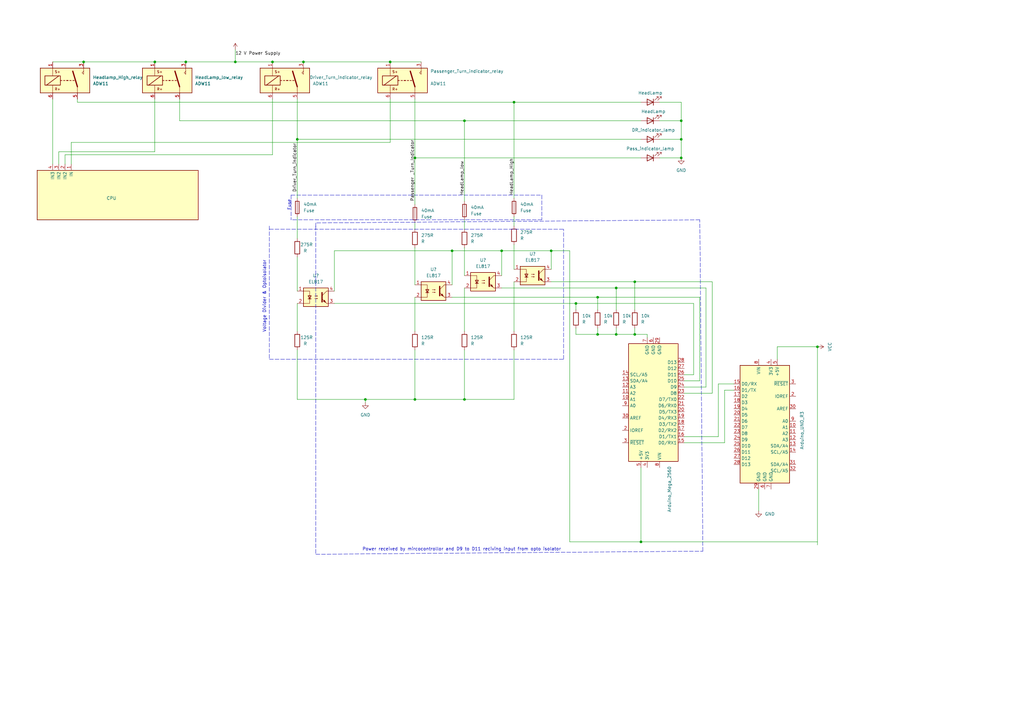
<source format=kicad_sch>
(kicad_sch (version 20211123) (generator eeschema)

  (uuid e63e39d7-6ac0-4ffd-8aa3-1841a4541b55)

  (paper "A3")

  (lib_symbols
    (symbol "CPU:CDP1802ACE" (in_bom yes) (on_board yes)
      (property "Reference" "U?" (id 0) (at -40.64 6.5788 90)
        (effects (font (size 1.27 1.27)))
      )
      (property "Value" "CDP1802ACE" (id 1) (at -40.64 4.0388 90)
        (effects (font (size 1.27 1.27)))
      )
      (property "Footprint" "Package_DIP:DIP-40_W15.24mm" (id 2) (at 48.26 0 0)
        (effects (font (size 1.27 1.27)) hide)
      )
      (property "Datasheet" "http://www.cosmacelf.com/publications/data-sheets/cdp1802.pdf" (id 3) (at 50.8 0 0)
        (effects (font (size 1.27 1.27)) hide)
      )
      (property "ki_keywords" "CPU Processor" (id 4) (at 0 0 0)
        (effects (font (size 1.27 1.27)) hide)
      )
      (property "ki_description" "8-bit, General Purpose, 5V, 3.2 MHz, DIP-40" (id 5) (at 0 0 0)
        (effects (font (size 1.27 1.27)) hide)
      )
      (property "ki_fp_filters" "DIP*W15.24mm*" (id 6) (at 0 0 0)
        (effects (font (size 1.27 1.27)) hide)
      )
      (symbol "CDP1802ACE_0_1"
        (rectangle (start -10.16 33.02) (end 10.16 -33.02)
          (stroke (width 0.254) (type default) (color 0 0 0 0))
          (fill (type background))
        )
      )
      (symbol "CDP1802ACE_1_1"
        (pin input line (at -12.7 -19.05 0) (length 2.54)
          (name "IN" (effects (font (size 1.27 1.27))))
          (number "1" (effects (font (size 1.27 1.27))))
        )
        (pin output line (at -12.7 -21.59 0) (length 2.54)
          (name "IN2" (effects (font (size 1.27 1.27))))
          (number "2" (effects (font (size 1.27 1.27))))
        )
        (pin input line (at -12.7 -24.13 0) (length 2.54)
          (name "IN2" (effects (font (size 1.27 1.27))))
          (number "3" (effects (font (size 1.27 1.27))))
        )
        (pin input line (at -12.7 -26.67 0) (length 2.54)
          (name "IN3" (effects (font (size 1.27 1.27))))
          (number "4" (effects (font (size 1.27 1.27))))
        )
      )
    )
    (symbol "Device:Fuse" (pin_numbers hide) (pin_names (offset 0)) (in_bom yes) (on_board yes)
      (property "Reference" "F" (id 0) (at 2.032 0 90)
        (effects (font (size 1.27 1.27)))
      )
      (property "Value" "Fuse" (id 1) (at -1.905 0 90)
        (effects (font (size 1.27 1.27)))
      )
      (property "Footprint" "" (id 2) (at -1.778 0 90)
        (effects (font (size 1.27 1.27)) hide)
      )
      (property "Datasheet" "~" (id 3) (at 0 0 0)
        (effects (font (size 1.27 1.27)) hide)
      )
      (property "ki_keywords" "fuse" (id 4) (at 0 0 0)
        (effects (font (size 1.27 1.27)) hide)
      )
      (property "ki_description" "Fuse" (id 5) (at 0 0 0)
        (effects (font (size 1.27 1.27)) hide)
      )
      (property "ki_fp_filters" "*Fuse*" (id 6) (at 0 0 0)
        (effects (font (size 1.27 1.27)) hide)
      )
      (symbol "Fuse_0_1"
        (rectangle (start -0.762 -2.54) (end 0.762 2.54)
          (stroke (width 0.254) (type default) (color 0 0 0 0))
          (fill (type none))
        )
        (polyline
          (pts
            (xy 0 2.54)
            (xy 0 -2.54)
          )
          (stroke (width 0) (type default) (color 0 0 0 0))
          (fill (type none))
        )
      )
      (symbol "Fuse_1_1"
        (pin passive line (at 0 3.81 270) (length 1.27)
          (name "~" (effects (font (size 1.27 1.27))))
          (number "1" (effects (font (size 1.27 1.27))))
        )
        (pin passive line (at 0 -3.81 90) (length 1.27)
          (name "~" (effects (font (size 1.27 1.27))))
          (number "2" (effects (font (size 1.27 1.27))))
        )
      )
    )
    (symbol "Device:LED" (pin_numbers hide) (pin_names (offset 1.016) hide) (in_bom yes) (on_board yes)
      (property "Reference" "D" (id 0) (at 0 2.54 0)
        (effects (font (size 1.27 1.27)))
      )
      (property "Value" "LED" (id 1) (at 0 -2.54 0)
        (effects (font (size 1.27 1.27)))
      )
      (property "Footprint" "" (id 2) (at 0 0 0)
        (effects (font (size 1.27 1.27)) hide)
      )
      (property "Datasheet" "~" (id 3) (at 0 0 0)
        (effects (font (size 1.27 1.27)) hide)
      )
      (property "ki_keywords" "LED diode" (id 4) (at 0 0 0)
        (effects (font (size 1.27 1.27)) hide)
      )
      (property "ki_description" "Light emitting diode" (id 5) (at 0 0 0)
        (effects (font (size 1.27 1.27)) hide)
      )
      (property "ki_fp_filters" "LED* LED_SMD:* LED_THT:*" (id 6) (at 0 0 0)
        (effects (font (size 1.27 1.27)) hide)
      )
      (symbol "LED_0_1"
        (polyline
          (pts
            (xy -1.27 -1.27)
            (xy -1.27 1.27)
          )
          (stroke (width 0.254) (type default) (color 0 0 0 0))
          (fill (type none))
        )
        (polyline
          (pts
            (xy -1.27 0)
            (xy 1.27 0)
          )
          (stroke (width 0) (type default) (color 0 0 0 0))
          (fill (type none))
        )
        (polyline
          (pts
            (xy 1.27 -1.27)
            (xy 1.27 1.27)
            (xy -1.27 0)
            (xy 1.27 -1.27)
          )
          (stroke (width 0.254) (type default) (color 0 0 0 0))
          (fill (type none))
        )
        (polyline
          (pts
            (xy -3.048 -0.762)
            (xy -4.572 -2.286)
            (xy -3.81 -2.286)
            (xy -4.572 -2.286)
            (xy -4.572 -1.524)
          )
          (stroke (width 0) (type default) (color 0 0 0 0))
          (fill (type none))
        )
        (polyline
          (pts
            (xy -1.778 -0.762)
            (xy -3.302 -2.286)
            (xy -2.54 -2.286)
            (xy -3.302 -2.286)
            (xy -3.302 -1.524)
          )
          (stroke (width 0) (type default) (color 0 0 0 0))
          (fill (type none))
        )
      )
      (symbol "LED_1_1"
        (pin passive line (at -3.81 0 0) (length 2.54)
          (name "K" (effects (font (size 1.27 1.27))))
          (number "1" (effects (font (size 1.27 1.27))))
        )
        (pin passive line (at 3.81 0 180) (length 2.54)
          (name "A" (effects (font (size 1.27 1.27))))
          (number "2" (effects (font (size 1.27 1.27))))
        )
      )
    )
    (symbol "Device:R" (pin_numbers hide) (pin_names (offset 0)) (in_bom yes) (on_board yes)
      (property "Reference" "R" (id 0) (at 2.032 0 90)
        (effects (font (size 1.27 1.27)))
      )
      (property "Value" "R" (id 1) (at 0 0 90)
        (effects (font (size 1.27 1.27)))
      )
      (property "Footprint" "" (id 2) (at -1.778 0 90)
        (effects (font (size 1.27 1.27)) hide)
      )
      (property "Datasheet" "~" (id 3) (at 0 0 0)
        (effects (font (size 1.27 1.27)) hide)
      )
      (property "ki_keywords" "R res resistor" (id 4) (at 0 0 0)
        (effects (font (size 1.27 1.27)) hide)
      )
      (property "ki_description" "Resistor" (id 5) (at 0 0 0)
        (effects (font (size 1.27 1.27)) hide)
      )
      (property "ki_fp_filters" "R_*" (id 6) (at 0 0 0)
        (effects (font (size 1.27 1.27)) hide)
      )
      (symbol "R_0_1"
        (rectangle (start -1.016 -2.54) (end 1.016 2.54)
          (stroke (width 0.254) (type default) (color 0 0 0 0))
          (fill (type none))
        )
      )
      (symbol "R_1_1"
        (pin passive line (at 0 3.81 270) (length 1.27)
          (name "~" (effects (font (size 1.27 1.27))))
          (number "1" (effects (font (size 1.27 1.27))))
        )
        (pin passive line (at 0 -3.81 90) (length 1.27)
          (name "~" (effects (font (size 1.27 1.27))))
          (number "2" (effects (font (size 1.27 1.27))))
        )
      )
    )
    (symbol "Isolator:EL817" (pin_names (offset 1.016)) (in_bom yes) (on_board yes)
      (property "Reference" "U" (id 0) (at -5.08 5.08 0)
        (effects (font (size 1.27 1.27)) (justify left))
      )
      (property "Value" "EL817" (id 1) (at 0 5.08 0)
        (effects (font (size 1.27 1.27)) (justify left))
      )
      (property "Footprint" "Package_DIP:DIP-4_W7.62mm" (id 2) (at -5.08 -5.08 0)
        (effects (font (size 1.27 1.27) italic) (justify left) hide)
      )
      (property "Datasheet" "http://www.everlight.com/file/ProductFile/EL817.pdf" (id 3) (at 0 0 0)
        (effects (font (size 1.27 1.27)) (justify left) hide)
      )
      (property "ki_keywords" "NPN DC Optocoupler" (id 4) (at 0 0 0)
        (effects (font (size 1.27 1.27)) hide)
      )
      (property "ki_description" "DC Optocoupler, Vce 35V, DIP-4" (id 5) (at 0 0 0)
        (effects (font (size 1.27 1.27)) hide)
      )
      (property "ki_fp_filters" "DIP*W7.62mm*" (id 6) (at 0 0 0)
        (effects (font (size 1.27 1.27)) hide)
      )
      (symbol "EL817_0_1"
        (rectangle (start -5.08 3.81) (end 5.08 -3.81)
          (stroke (width 0.254) (type default) (color 0 0 0 0))
          (fill (type background))
        )
        (polyline
          (pts
            (xy -3.175 -0.635)
            (xy -1.905 -0.635)
          )
          (stroke (width 0.254) (type default) (color 0 0 0 0))
          (fill (type none))
        )
        (polyline
          (pts
            (xy 2.54 0.635)
            (xy 4.445 2.54)
          )
          (stroke (width 0) (type default) (color 0 0 0 0))
          (fill (type none))
        )
        (polyline
          (pts
            (xy 4.445 -2.54)
            (xy 2.54 -0.635)
          )
          (stroke (width 0) (type default) (color 0 0 0 0))
          (fill (type outline))
        )
        (polyline
          (pts
            (xy 4.445 -2.54)
            (xy 5.08 -2.54)
          )
          (stroke (width 0) (type default) (color 0 0 0 0))
          (fill (type none))
        )
        (polyline
          (pts
            (xy 4.445 2.54)
            (xy 5.08 2.54)
          )
          (stroke (width 0) (type default) (color 0 0 0 0))
          (fill (type none))
        )
        (polyline
          (pts
            (xy -5.08 2.54)
            (xy -2.54 2.54)
            (xy -2.54 -0.635)
          )
          (stroke (width 0) (type default) (color 0 0 0 0))
          (fill (type none))
        )
        (polyline
          (pts
            (xy -2.54 -0.635)
            (xy -2.54 -2.54)
            (xy -5.08 -2.54)
          )
          (stroke (width 0) (type default) (color 0 0 0 0))
          (fill (type none))
        )
        (polyline
          (pts
            (xy 2.54 1.905)
            (xy 2.54 -1.905)
            (xy 2.54 -1.905)
          )
          (stroke (width 0.508) (type default) (color 0 0 0 0))
          (fill (type none))
        )
        (polyline
          (pts
            (xy -2.54 -0.635)
            (xy -3.175 0.635)
            (xy -1.905 0.635)
            (xy -2.54 -0.635)
          )
          (stroke (width 0.254) (type default) (color 0 0 0 0))
          (fill (type none))
        )
        (polyline
          (pts
            (xy -0.508 -0.508)
            (xy 0.762 -0.508)
            (xy 0.381 -0.635)
            (xy 0.381 -0.381)
            (xy 0.762 -0.508)
          )
          (stroke (width 0) (type default) (color 0 0 0 0))
          (fill (type none))
        )
        (polyline
          (pts
            (xy -0.508 0.508)
            (xy 0.762 0.508)
            (xy 0.381 0.381)
            (xy 0.381 0.635)
            (xy 0.762 0.508)
          )
          (stroke (width 0) (type default) (color 0 0 0 0))
          (fill (type none))
        )
        (polyline
          (pts
            (xy 3.048 -1.651)
            (xy 3.556 -1.143)
            (xy 4.064 -2.159)
            (xy 3.048 -1.651)
            (xy 3.048 -1.651)
          )
          (stroke (width 0) (type default) (color 0 0 0 0))
          (fill (type outline))
        )
      )
      (symbol "EL817_1_1"
        (pin passive line (at -7.62 2.54 0) (length 2.54)
          (name "~" (effects (font (size 1.27 1.27))))
          (number "1" (effects (font (size 1.27 1.27))))
        )
        (pin passive line (at -7.62 -2.54 0) (length 2.54)
          (name "~" (effects (font (size 1.27 1.27))))
          (number "2" (effects (font (size 1.27 1.27))))
        )
        (pin passive line (at 7.62 -2.54 180) (length 2.54)
          (name "~" (effects (font (size 1.27 1.27))))
          (number "3" (effects (font (size 1.27 1.27))))
        )
        (pin passive line (at 7.62 2.54 180) (length 2.54)
          (name "~" (effects (font (size 1.27 1.27))))
          (number "4" (effects (font (size 1.27 1.27))))
        )
      )
    )
    (symbol "MCU_Module:Arduino_Mega_2560" (in_bom yes) (on_board yes)
      (property "Reference" "A" (id 0) (at -10.16 23.495 0)
        (effects (font (size 1.27 1.27)) (justify left bottom))
      )
      (property "Value" "Arduino_Mega_2560" (id 1) (at 5.08 -26.67 0)
        (effects (font (size 1.27 1.27)) (justify left top))
      )
      (property "Footprint" "Module:Arduino_UNO_R2" (id 2) (at -43.18 10.16 0)
        (effects (font (size 1.27 1.27) italic) hide)
      )
      (property "Datasheet" "https://www.arduino.cc/en/Main/arduinoBoardUno" (id 3) (at -49.53 21.59 0)
        (effects (font (size 1.27 1.27)) hide)
      )
      (property "ki_keywords" "Arduino UNO R3 Microcontroller Module Atmel AVR USB" (id 4) (at 0 0 0)
        (effects (font (size 1.27 1.27)) hide)
      )
      (property "ki_description" "Arduino UNO Microcontroller Module, release 2" (id 5) (at 0 0 0)
        (effects (font (size 1.27 1.27)) hide)
      )
      (property "ki_fp_filters" "Arduino*UNO*R2*" (id 6) (at 0 0 0)
        (effects (font (size 1.27 1.27)) hide)
      )
      (symbol "Arduino_Mega_2560_0_1"
        (rectangle (start -10.16 22.86) (end 10.16 -25.4)
          (stroke (width 0.254) (type default) (color 0 0 0 0))
          (fill (type background))
        )
      )
      (symbol "Arduino_Mega_2560_1_1"
        (pin no_connect line (at -10.16 -20.32 0) (length 2.54) hide
          (name "NC" (effects (font (size 1.27 1.27))))
          (number "1" (effects (font (size 1.27 1.27))))
        )
        (pin bidirectional line (at 12.7 -2.54 180) (length 2.54)
          (name "A1" (effects (font (size 1.27 1.27))))
          (number "10" (effects (font (size 1.27 1.27))))
        )
        (pin bidirectional line (at 12.7 -5.08 180) (length 2.54)
          (name "A2" (effects (font (size 1.27 1.27))))
          (number "11" (effects (font (size 1.27 1.27))))
        )
        (pin bidirectional line (at 12.7 -7.62 180) (length 2.54)
          (name "A3" (effects (font (size 1.27 1.27))))
          (number "12" (effects (font (size 1.27 1.27))))
        )
        (pin bidirectional line (at 12.7 -10.16 180) (length 2.54)
          (name "SDA/A4" (effects (font (size 1.27 1.27))))
          (number "13" (effects (font (size 1.27 1.27))))
        )
        (pin bidirectional line (at 12.7 -12.7 180) (length 2.54)
          (name "SCL/A5" (effects (font (size 1.27 1.27))))
          (number "14" (effects (font (size 1.27 1.27))))
        )
        (pin bidirectional line (at -12.7 15.24 0) (length 2.54)
          (name "D0/RX1" (effects (font (size 1.27 1.27))))
          (number "15" (effects (font (size 1.27 1.27))))
        )
        (pin bidirectional line (at -12.7 12.7 0) (length 2.54)
          (name "D1/TX1" (effects (font (size 1.27 1.27))))
          (number "16" (effects (font (size 1.27 1.27))))
        )
        (pin bidirectional line (at -12.7 10.16 0) (length 2.54)
          (name "D2/RX2" (effects (font (size 1.27 1.27))))
          (number "17" (effects (font (size 1.27 1.27))))
        )
        (pin bidirectional line (at -12.7 7.62 0) (length 2.54)
          (name "D3/TX2" (effects (font (size 1.27 1.27))))
          (number "18" (effects (font (size 1.27 1.27))))
        )
        (pin bidirectional line (at -12.7 5.08 0) (length 2.54)
          (name "D4/RX3" (effects (font (size 1.27 1.27))))
          (number "19" (effects (font (size 1.27 1.27))))
        )
        (pin output line (at 12.7 10.16 180) (length 2.54)
          (name "IOREF" (effects (font (size 1.27 1.27))))
          (number "2" (effects (font (size 1.27 1.27))))
        )
        (pin bidirectional line (at -12.7 2.54 0) (length 2.54)
          (name "D5/TX3" (effects (font (size 1.27 1.27))))
          (number "20" (effects (font (size 1.27 1.27))))
        )
        (pin bidirectional line (at -12.7 0 0) (length 2.54)
          (name "D6/RX0" (effects (font (size 1.27 1.27))))
          (number "21" (effects (font (size 1.27 1.27))))
        )
        (pin bidirectional line (at -12.7 -2.54 0) (length 2.54)
          (name "D7/TX0" (effects (font (size 1.27 1.27))))
          (number "22" (effects (font (size 1.27 1.27))))
        )
        (pin bidirectional line (at -12.7 -5.08 0) (length 2.54)
          (name "D8" (effects (font (size 1.27 1.27))))
          (number "23" (effects (font (size 1.27 1.27))))
        )
        (pin bidirectional line (at -12.7 -7.62 0) (length 2.54)
          (name "D9" (effects (font (size 1.27 1.27))))
          (number "24" (effects (font (size 1.27 1.27))))
        )
        (pin bidirectional line (at -12.7 -10.16 0) (length 2.54)
          (name "D10" (effects (font (size 1.27 1.27))))
          (number "25" (effects (font (size 1.27 1.27))))
        )
        (pin bidirectional line (at -12.7 -12.7 0) (length 2.54)
          (name "D11" (effects (font (size 1.27 1.27))))
          (number "26" (effects (font (size 1.27 1.27))))
        )
        (pin bidirectional line (at -12.7 -15.24 0) (length 2.54)
          (name "D12" (effects (font (size 1.27 1.27))))
          (number "27" (effects (font (size 1.27 1.27))))
        )
        (pin bidirectional line (at -12.7 -17.78 0) (length 2.54)
          (name "D13" (effects (font (size 1.27 1.27))))
          (number "28" (effects (font (size 1.27 1.27))))
        )
        (pin power_in line (at -2.54 -27.94 90) (length 2.54)
          (name "GND" (effects (font (size 1.27 1.27))))
          (number "29" (effects (font (size 1.27 1.27))))
        )
        (pin input line (at 12.7 15.24 180) (length 2.54)
          (name "~{RESET}" (effects (font (size 1.27 1.27))))
          (number "3" (effects (font (size 1.27 1.27))))
        )
        (pin input line (at 12.7 5.08 180) (length 2.54)
          (name "AREF" (effects (font (size 1.27 1.27))))
          (number "30" (effects (font (size 1.27 1.27))))
        )
        (pin power_out line (at 2.54 25.4 270) (length 2.54)
          (name "3V3" (effects (font (size 1.27 1.27))))
          (number "4" (effects (font (size 1.27 1.27))))
        )
        (pin power_out line (at 5.08 25.4 270) (length 2.54)
          (name "+5V" (effects (font (size 1.27 1.27))))
          (number "5" (effects (font (size 1.27 1.27))))
        )
        (pin power_in line (at 0 -27.94 90) (length 2.54)
          (name "GND" (effects (font (size 1.27 1.27))))
          (number "6" (effects (font (size 1.27 1.27))))
        )
        (pin power_in line (at 2.54 -27.94 90) (length 2.54)
          (name "GND" (effects (font (size 1.27 1.27))))
          (number "7" (effects (font (size 1.27 1.27))))
        )
        (pin power_in line (at -2.54 25.4 270) (length 2.54)
          (name "VIN" (effects (font (size 1.27 1.27))))
          (number "8" (effects (font (size 1.27 1.27))))
        )
        (pin bidirectional line (at 12.7 0 180) (length 2.54)
          (name "A0" (effects (font (size 1.27 1.27))))
          (number "9" (effects (font (size 1.27 1.27))))
        )
      )
    )
    (symbol "MCU_Module:Arduino_UNO_R3" (in_bom yes) (on_board yes)
      (property "Reference" "A" (id 0) (at -10.16 23.495 0)
        (effects (font (size 1.27 1.27)) (justify left bottom))
      )
      (property "Value" "Arduino_UNO_R3" (id 1) (at 5.08 -26.67 0)
        (effects (font (size 1.27 1.27)) (justify left top))
      )
      (property "Footprint" "Module:Arduino_UNO_R3" (id 2) (at 0 0 0)
        (effects (font (size 1.27 1.27) italic) hide)
      )
      (property "Datasheet" "https://www.arduino.cc/en/Main/arduinoBoardUno" (id 3) (at 0 0 0)
        (effects (font (size 1.27 1.27)) hide)
      )
      (property "ki_keywords" "Arduino UNO R3 Microcontroller Module Atmel AVR USB" (id 4) (at 0 0 0)
        (effects (font (size 1.27 1.27)) hide)
      )
      (property "ki_description" "Arduino UNO Microcontroller Module, release 3" (id 5) (at 0 0 0)
        (effects (font (size 1.27 1.27)) hide)
      )
      (property "ki_fp_filters" "Arduino*UNO*R3*" (id 6) (at 0 0 0)
        (effects (font (size 1.27 1.27)) hide)
      )
      (symbol "Arduino_UNO_R3_0_1"
        (rectangle (start -10.16 22.86) (end 10.16 -25.4)
          (stroke (width 0.254) (type default) (color 0 0 0 0))
          (fill (type background))
        )
      )
      (symbol "Arduino_UNO_R3_1_1"
        (pin no_connect line (at -10.16 -20.32 0) (length 2.54) hide
          (name "NC" (effects (font (size 1.27 1.27))))
          (number "1" (effects (font (size 1.27 1.27))))
        )
        (pin bidirectional line (at 12.7 -2.54 180) (length 2.54)
          (name "A1" (effects (font (size 1.27 1.27))))
          (number "10" (effects (font (size 1.27 1.27))))
        )
        (pin bidirectional line (at 12.7 -5.08 180) (length 2.54)
          (name "A2" (effects (font (size 1.27 1.27))))
          (number "11" (effects (font (size 1.27 1.27))))
        )
        (pin bidirectional line (at 12.7 -7.62 180) (length 2.54)
          (name "A3" (effects (font (size 1.27 1.27))))
          (number "12" (effects (font (size 1.27 1.27))))
        )
        (pin bidirectional line (at 12.7 -10.16 180) (length 2.54)
          (name "SDA/A4" (effects (font (size 1.27 1.27))))
          (number "13" (effects (font (size 1.27 1.27))))
        )
        (pin bidirectional line (at 12.7 -12.7 180) (length 2.54)
          (name "SCL/A5" (effects (font (size 1.27 1.27))))
          (number "14" (effects (font (size 1.27 1.27))))
        )
        (pin bidirectional line (at -12.7 15.24 0) (length 2.54)
          (name "D0/RX" (effects (font (size 1.27 1.27))))
          (number "15" (effects (font (size 1.27 1.27))))
        )
        (pin bidirectional line (at -12.7 12.7 0) (length 2.54)
          (name "D1/TX" (effects (font (size 1.27 1.27))))
          (number "16" (effects (font (size 1.27 1.27))))
        )
        (pin bidirectional line (at -12.7 10.16 0) (length 2.54)
          (name "D2" (effects (font (size 1.27 1.27))))
          (number "17" (effects (font (size 1.27 1.27))))
        )
        (pin bidirectional line (at -12.7 7.62 0) (length 2.54)
          (name "D3" (effects (font (size 1.27 1.27))))
          (number "18" (effects (font (size 1.27 1.27))))
        )
        (pin bidirectional line (at -12.7 5.08 0) (length 2.54)
          (name "D4" (effects (font (size 1.27 1.27))))
          (number "19" (effects (font (size 1.27 1.27))))
        )
        (pin output line (at 12.7 10.16 180) (length 2.54)
          (name "IOREF" (effects (font (size 1.27 1.27))))
          (number "2" (effects (font (size 1.27 1.27))))
        )
        (pin bidirectional line (at -12.7 2.54 0) (length 2.54)
          (name "D5" (effects (font (size 1.27 1.27))))
          (number "20" (effects (font (size 1.27 1.27))))
        )
        (pin bidirectional line (at -12.7 0 0) (length 2.54)
          (name "D6" (effects (font (size 1.27 1.27))))
          (number "21" (effects (font (size 1.27 1.27))))
        )
        (pin bidirectional line (at -12.7 -2.54 0) (length 2.54)
          (name "D7" (effects (font (size 1.27 1.27))))
          (number "22" (effects (font (size 1.27 1.27))))
        )
        (pin bidirectional line (at -12.7 -5.08 0) (length 2.54)
          (name "D8" (effects (font (size 1.27 1.27))))
          (number "23" (effects (font (size 1.27 1.27))))
        )
        (pin bidirectional line (at -12.7 -7.62 0) (length 2.54)
          (name "D9" (effects (font (size 1.27 1.27))))
          (number "24" (effects (font (size 1.27 1.27))))
        )
        (pin bidirectional line (at -12.7 -10.16 0) (length 2.54)
          (name "D10" (effects (font (size 1.27 1.27))))
          (number "25" (effects (font (size 1.27 1.27))))
        )
        (pin bidirectional line (at -12.7 -12.7 0) (length 2.54)
          (name "D11" (effects (font (size 1.27 1.27))))
          (number "26" (effects (font (size 1.27 1.27))))
        )
        (pin bidirectional line (at -12.7 -15.24 0) (length 2.54)
          (name "D12" (effects (font (size 1.27 1.27))))
          (number "27" (effects (font (size 1.27 1.27))))
        )
        (pin bidirectional line (at -12.7 -17.78 0) (length 2.54)
          (name "D13" (effects (font (size 1.27 1.27))))
          (number "28" (effects (font (size 1.27 1.27))))
        )
        (pin power_in line (at -2.54 -27.94 90) (length 2.54)
          (name "GND" (effects (font (size 1.27 1.27))))
          (number "29" (effects (font (size 1.27 1.27))))
        )
        (pin input line (at 12.7 15.24 180) (length 2.54)
          (name "~{RESET}" (effects (font (size 1.27 1.27))))
          (number "3" (effects (font (size 1.27 1.27))))
        )
        (pin input line (at 12.7 5.08 180) (length 2.54)
          (name "AREF" (effects (font (size 1.27 1.27))))
          (number "30" (effects (font (size 1.27 1.27))))
        )
        (pin bidirectional line (at 12.7 -17.78 180) (length 2.54)
          (name "SDA/A4" (effects (font (size 1.27 1.27))))
          (number "31" (effects (font (size 1.27 1.27))))
        )
        (pin bidirectional line (at 12.7 -20.32 180) (length 2.54)
          (name "SCL/A5" (effects (font (size 1.27 1.27))))
          (number "32" (effects (font (size 1.27 1.27))))
        )
        (pin power_out line (at 2.54 25.4 270) (length 2.54)
          (name "3V3" (effects (font (size 1.27 1.27))))
          (number "4" (effects (font (size 1.27 1.27))))
        )
        (pin power_out line (at 5.08 25.4 270) (length 2.54)
          (name "+5V" (effects (font (size 1.27 1.27))))
          (number "5" (effects (font (size 1.27 1.27))))
        )
        (pin power_in line (at 0 -27.94 90) (length 2.54)
          (name "GND" (effects (font (size 1.27 1.27))))
          (number "6" (effects (font (size 1.27 1.27))))
        )
        (pin power_in line (at 2.54 -27.94 90) (length 2.54)
          (name "GND" (effects (font (size 1.27 1.27))))
          (number "7" (effects (font (size 1.27 1.27))))
        )
        (pin power_in line (at -2.54 25.4 270) (length 2.54)
          (name "VIN" (effects (font (size 1.27 1.27))))
          (number "8" (effects (font (size 1.27 1.27))))
        )
        (pin bidirectional line (at 12.7 0 180) (length 2.54)
          (name "A0" (effects (font (size 1.27 1.27))))
          (number "9" (effects (font (size 1.27 1.27))))
        )
      )
    )
    (symbol "Relay:ADW11" (in_bom yes) (on_board yes)
      (property "Reference" "K" (id 0) (at 11.43 3.81 0)
        (effects (font (size 1.27 1.27)))
      )
      (property "Value" "ADW11" (id 1) (at 13.97 1.27 0)
        (effects (font (size 1.27 1.27)))
      )
      (property "Footprint" "Relay_THT:Relay_1P1T_NO_10x24x18.8mm_Panasonic_ADW11xxxxW_THT" (id 2) (at 33.655 -1.27 0)
        (effects (font (size 1.27 1.27)) hide)
      )
      (property "Datasheet" "https://www.panasonic-electric-works.com/pew/es/downloads/ds_dw_hl_en.pdf" (id 3) (at 0 0 0)
        (effects (font (size 1.27 1.27)) hide)
      )
      (property "ki_keywords" "SPST 1P1T" (id 4) (at 0 0 0)
        (effects (font (size 1.27 1.27)) hide)
      )
      (property "ki_description" "Panasonic, 8A/16A, Small Polarized Latching Power Relays, Single coil, 1 Form A" (id 5) (at 0 0 0)
        (effects (font (size 1.27 1.27)) hide)
      )
      (property "ki_fp_filters" "Relay*1P1T*NO*Panasonic*ADW11xxxxW*" (id 6) (at 0 0 0)
        (effects (font (size 1.27 1.27)) hide)
      )
      (symbol "ADW11_1_1"
        (rectangle (start -10.16 5.08) (end 10.16 -5.08)
          (stroke (width 0.254) (type default) (color 0 0 0 0))
          (fill (type background))
        )
        (rectangle (start -8.255 1.905) (end -1.905 -1.905)
          (stroke (width 0.254) (type default) (color 0 0 0 0))
          (fill (type none))
        )
        (polyline
          (pts
            (xy -7.62 -1.905)
            (xy -2.54 1.905)
          )
          (stroke (width 0.254) (type default) (color 0 0 0 0))
          (fill (type none))
        )
        (polyline
          (pts
            (xy -5.08 -5.08)
            (xy -5.08 -1.905)
          )
          (stroke (width 0) (type default) (color 0 0 0 0))
          (fill (type none))
        )
        (polyline
          (pts
            (xy -5.08 5.08)
            (xy -5.08 1.905)
          )
          (stroke (width 0) (type default) (color 0 0 0 0))
          (fill (type none))
        )
        (polyline
          (pts
            (xy -1.905 0)
            (xy -1.27 0)
          )
          (stroke (width 0.254) (type default) (color 0 0 0 0))
          (fill (type none))
        )
        (polyline
          (pts
            (xy -0.635 0)
            (xy 0 0)
          )
          (stroke (width 0.254) (type default) (color 0 0 0 0))
          (fill (type none))
        )
        (polyline
          (pts
            (xy 0.635 0)
            (xy 1.27 0)
          )
          (stroke (width 0.254) (type default) (color 0 0 0 0))
          (fill (type none))
        )
        (polyline
          (pts
            (xy 0.635 0)
            (xy 1.27 0)
          )
          (stroke (width 0.254) (type default) (color 0 0 0 0))
          (fill (type none))
        )
        (polyline
          (pts
            (xy 1.905 0)
            (xy 2.54 0)
          )
          (stroke (width 0.254) (type default) (color 0 0 0 0))
          (fill (type none))
        )
        (polyline
          (pts
            (xy 3.175 0)
            (xy 3.81 0)
          )
          (stroke (width 0.254) (type default) (color 0 0 0 0))
          (fill (type none))
        )
        (polyline
          (pts
            (xy 5.08 -2.54)
            (xy 3.175 3.81)
          )
          (stroke (width 0.508) (type default) (color 0 0 0 0))
          (fill (type none))
        )
        (polyline
          (pts
            (xy 5.08 -2.54)
            (xy 5.08 -5.08)
          )
          (stroke (width 0) (type default) (color 0 0 0 0))
          (fill (type none))
        )
        (polyline
          (pts
            (xy 7.62 3.81)
            (xy 7.62 5.08)
          )
          (stroke (width 0) (type default) (color 0 0 0 0))
          (fill (type none))
        )
        (polyline
          (pts
            (xy 7.62 3.81)
            (xy 7.62 2.54)
            (xy 6.985 3.175)
            (xy 7.62 3.81)
          )
          (stroke (width 0) (type default) (color 0 0 0 0))
          (fill (type none))
        )
        (text "R+" (at -3.048 -3.556 0)
          (effects (font (size 1.016 1.016)))
        )
        (text "S+" (at -3.048 3.556 0)
          (effects (font (size 1.016 1.016)))
        )
        (pin passive line (at -5.08 7.62 270) (length 2.54)
          (name "~" (effects (font (size 1.27 1.27))))
          (number "1" (effects (font (size 1.27 1.27))))
        )
        (pin passive line (at 7.62 7.62 270) (length 2.54)
          (name "~" (effects (font (size 1.27 1.27))))
          (number "3" (effects (font (size 1.27 1.27))))
        )
        (pin passive line (at 5.08 -7.62 90) (length 2.54)
          (name "~" (effects (font (size 1.27 1.27))))
          (number "5" (effects (font (size 1.27 1.27))))
        )
        (pin passive line (at -5.08 -7.62 90) (length 2.54)
          (name "~" (effects (font (size 1.27 1.27))))
          (number "6" (effects (font (size 1.27 1.27))))
        )
      )
    )
    (symbol "power:GND" (power) (pin_names (offset 0)) (in_bom yes) (on_board yes)
      (property "Reference" "#PWR" (id 0) (at 0 -6.35 0)
        (effects (font (size 1.27 1.27)) hide)
      )
      (property "Value" "GND" (id 1) (at 0 -3.81 0)
        (effects (font (size 1.27 1.27)))
      )
      (property "Footprint" "" (id 2) (at 0 0 0)
        (effects (font (size 1.27 1.27)) hide)
      )
      (property "Datasheet" "" (id 3) (at 0 0 0)
        (effects (font (size 1.27 1.27)) hide)
      )
      (property "ki_keywords" "power-flag" (id 4) (at 0 0 0)
        (effects (font (size 1.27 1.27)) hide)
      )
      (property "ki_description" "Power symbol creates a global label with name \"GND\" , ground" (id 5) (at 0 0 0)
        (effects (font (size 1.27 1.27)) hide)
      )
      (symbol "GND_0_1"
        (polyline
          (pts
            (xy 0 0)
            (xy 0 -1.27)
            (xy 1.27 -1.27)
            (xy 0 -2.54)
            (xy -1.27 -1.27)
            (xy 0 -1.27)
          )
          (stroke (width 0) (type default) (color 0 0 0 0))
          (fill (type none))
        )
      )
      (symbol "GND_1_1"
        (pin power_in line (at 0 0 270) (length 0) hide
          (name "GND" (effects (font (size 1.27 1.27))))
          (number "1" (effects (font (size 1.27 1.27))))
        )
      )
    )
    (symbol "power:VCC" (power) (pin_names (offset 0)) (in_bom yes) (on_board yes)
      (property "Reference" "#PWR" (id 0) (at 0 -3.81 0)
        (effects (font (size 1.27 1.27)) hide)
      )
      (property "Value" "VCC" (id 1) (at 0 3.81 0)
        (effects (font (size 1.27 1.27)))
      )
      (property "Footprint" "" (id 2) (at 0 0 0)
        (effects (font (size 1.27 1.27)) hide)
      )
      (property "Datasheet" "" (id 3) (at 0 0 0)
        (effects (font (size 1.27 1.27)) hide)
      )
      (property "ki_keywords" "power-flag" (id 4) (at 0 0 0)
        (effects (font (size 1.27 1.27)) hide)
      )
      (property "ki_description" "Power symbol creates a global label with name \"VCC\"" (id 5) (at 0 0 0)
        (effects (font (size 1.27 1.27)) hide)
      )
      (symbol "VCC_0_1"
        (polyline
          (pts
            (xy -0.762 1.27)
            (xy 0 2.54)
          )
          (stroke (width 0) (type default) (color 0 0 0 0))
          (fill (type none))
        )
        (polyline
          (pts
            (xy 0 0)
            (xy 0 2.54)
          )
          (stroke (width 0) (type default) (color 0 0 0 0))
          (fill (type none))
        )
        (polyline
          (pts
            (xy 0 2.54)
            (xy 0.762 1.27)
          )
          (stroke (width 0) (type default) (color 0 0 0 0))
          (fill (type none))
        )
      )
      (symbol "VCC_1_1"
        (pin power_in line (at 0 0 90) (length 0) hide
          (name "VCC" (effects (font (size 1.27 1.27))))
          (number "1" (effects (font (size 1.27 1.27))))
        )
      )
    )
    (symbol "power:VDD" (power) (pin_names (offset 0)) (in_bom yes) (on_board yes)
      (property "Reference" "#PWR" (id 0) (at 0 -3.81 0)
        (effects (font (size 1.27 1.27)) hide)
      )
      (property "Value" "VDD" (id 1) (at 0 3.81 0)
        (effects (font (size 1.27 1.27)))
      )
      (property "Footprint" "" (id 2) (at 0 0 0)
        (effects (font (size 1.27 1.27)) hide)
      )
      (property "Datasheet" "" (id 3) (at 0 0 0)
        (effects (font (size 1.27 1.27)) hide)
      )
      (property "ki_keywords" "power-flag" (id 4) (at 0 0 0)
        (effects (font (size 1.27 1.27)) hide)
      )
      (property "ki_description" "Power symbol creates a global label with name \"VDD\"" (id 5) (at 0 0 0)
        (effects (font (size 1.27 1.27)) hide)
      )
      (symbol "VDD_0_1"
        (polyline
          (pts
            (xy -0.762 1.27)
            (xy 0 2.54)
          )
          (stroke (width 0) (type default) (color 0 0 0 0))
          (fill (type none))
        )
        (polyline
          (pts
            (xy 0 0)
            (xy 0 2.54)
          )
          (stroke (width 0) (type default) (color 0 0 0 0))
          (fill (type none))
        )
        (polyline
          (pts
            (xy 0 2.54)
            (xy 0.762 1.27)
          )
          (stroke (width 0) (type default) (color 0 0 0 0))
          (fill (type none))
        )
      )
      (symbol "VDD_1_1"
        (pin power_in line (at 0 0 90) (length 0) hide
          (name "VDD" (effects (font (size 1.27 1.27))))
          (number "1" (effects (font (size 1.27 1.27))))
        )
      )
    )
  )

  (junction (at 121.92 57.15) (diameter 0) (color 0 0 0 0)
    (uuid 07ac0457-3d00-4ef9-a38f-e72c81fc6b3c)
  )
  (junction (at 252.73 137.16) (diameter 0) (color 0 0 0 0)
    (uuid 0c90f154-42bc-421b-9657-49ed475a766c)
  )
  (junction (at 260.35 115.57) (diameter 0) (color 0 0 0 0)
    (uuid 14fed118-9356-4bd7-9725-712b0ee562db)
  )
  (junction (at 190.5 163.83) (diameter 0) (color 0 0 0 0)
    (uuid 173cb601-6147-4b97-9203-993b8cfb9805)
  )
  (junction (at 96.52 25.4) (diameter 0) (color 0 0 0 0)
    (uuid 24226552-0dd9-43a9-88c2-7811a2e0f0e7)
  )
  (junction (at 260.35 137.16) (diameter 0) (color 0 0 0 0)
    (uuid 43c790f0-f224-403d-a8f5-75159f0cc900)
  )
  (junction (at 262.89 222.25) (diameter 0) (color 0 0 0 0)
    (uuid 45312c0a-8aca-4706-8f1d-278e5bb53a4c)
  )
  (junction (at 279.4 49.53) (diameter 0) (color 0 0 0 0)
    (uuid 48ed683d-44c0-43d3-8fce-aef854d26b56)
  )
  (junction (at 170.18 163.83) (diameter 0) (color 0 0 0 0)
    (uuid 5fe4c36e-4169-4d74-8e1e-aa9a2c83d60b)
  )
  (junction (at 160.02 25.4) (diameter 0) (color 0 0 0 0)
    (uuid 611c29f2-57e6-409f-88c2-81506554d613)
  )
  (junction (at 210.82 41.91) (diameter 0) (color 0 0 0 0)
    (uuid 627ae01b-22b9-4d01-a050-ae20e9c5fb41)
  )
  (junction (at 236.22 124.46) (diameter 0) (color 0 0 0 0)
    (uuid 65755894-3722-4176-9ce1-aa824acec3cf)
  )
  (junction (at 279.4 57.15) (diameter 0) (color 0 0 0 0)
    (uuid 688d90f8-0055-4822-80af-3124c16d60b1)
  )
  (junction (at 76.2 25.4) (diameter 0) (color 0 0 0 0)
    (uuid 6c1f371d-9a9a-480c-a597-a7fb221caf04)
  )
  (junction (at 111.76 25.4) (diameter 0) (color 0 0 0 0)
    (uuid 7b2e9e2f-069b-4573-9423-ea36933bc4b4)
  )
  (junction (at 185.42 102.87) (diameter 0) (color 0 0 0 0)
    (uuid 8654e003-7318-4293-81b9-43b01c4c5e52)
  )
  (junction (at 124.46 25.4) (diameter 0) (color 0 0 0 0)
    (uuid 925e11a2-1f65-4052-9bfc-3ca04bbb1c4d)
  )
  (junction (at 245.11 121.92) (diameter 0) (color 0 0 0 0)
    (uuid 96beb5d6-3f03-4b03-aa49-1479e749976a)
  )
  (junction (at 190.5 49.53) (diameter 0) (color 0 0 0 0)
    (uuid 9920d4b6-1060-45d8-ad95-bfb7febed55d)
  )
  (junction (at 34.29 25.4) (diameter 0) (color 0 0 0 0)
    (uuid 9fa51663-d9ff-42d5-ab2b-c96b6768fc7a)
  )
  (junction (at 252.73 118.11) (diameter 0) (color 0 0 0 0)
    (uuid c4730cda-9085-485f-b7e8-2d2d35c0760d)
  )
  (junction (at 279.4 64.77) (diameter 0) (color 0 0 0 0)
    (uuid ce28df79-8a91-4eba-b479-a952848dbd2c)
  )
  (junction (at 149.86 163.83) (diameter 0) (color 0 0 0 0)
    (uuid d79a8b2a-da33-45ae-bf3f-d56d9f9506fd)
  )
  (junction (at 245.11 137.16) (diameter 0) (color 0 0 0 0)
    (uuid e1e921d2-43ea-4b0a-8f36-ee594f62be01)
  )
  (junction (at 335.28 142.24) (diameter 0) (color 0 0 0 0)
    (uuid e73bdd32-31f0-4065-94ae-182c98ab6711)
  )
  (junction (at 170.18 64.77) (diameter 0) (color 0 0 0 0)
    (uuid e820dcde-8a38-49d6-b817-c13a753d7b5f)
  )
  (junction (at 205.74 102.87) (diameter 0) (color 0 0 0 0)
    (uuid eb96551f-4761-42fa-96b8-ff5b368e1540)
  )
  (junction (at 226.06 102.87) (diameter 0) (color 0 0 0 0)
    (uuid ebe1d18a-fcdd-4220-9e5e-1dd55ab833b0)
  )
  (junction (at 63.5 25.4) (diameter 0) (color 0 0 0 0)
    (uuid fc052ac4-77ec-4901-baf8-c95f94903836)
  )

  (wire (pts (xy 279.4 57.15) (xy 279.4 64.77))
    (stroke (width 0) (type default) (color 0 0 0 0))
    (uuid 01a9a7fe-c44c-4527-ab9b-98d3cd02e642)
  )
  (wire (pts (xy 121.92 40.64) (xy 121.92 57.15))
    (stroke (width 0) (type default) (color 0 0 0 0))
    (uuid 06c71631-1c15-40b8-972f-7ffe92852b94)
  )
  (wire (pts (xy 252.73 134.62) (xy 252.73 137.16))
    (stroke (width 0) (type default) (color 0 0 0 0))
    (uuid 0a62c6ec-d30a-4778-9fa0-faea61661008)
  )
  (wire (pts (xy 205.74 102.87) (xy 226.06 102.87))
    (stroke (width 0) (type default) (color 0 0 0 0))
    (uuid 0c2aa099-2ce4-4c2f-a2e9-59a0801c15fe)
  )
  (wire (pts (xy 292.1 115.57) (xy 292.1 161.29))
    (stroke (width 0) (type default) (color 0 0 0 0))
    (uuid 0ce7f80a-c33c-41da-b4ad-c94fec0bd914)
  )
  (wire (pts (xy 121.92 81.28) (xy 121.92 57.15))
    (stroke (width 0) (type default) (color 0 0 0 0))
    (uuid 10a40994-5be7-493a-8972-4a6d60530d70)
  )
  (wire (pts (xy 76.2 25.4) (xy 96.52 25.4))
    (stroke (width 0) (type default) (color 0 0 0 0))
    (uuid 129f130c-b14c-44c1-a676-0611ddaca453)
  )
  (wire (pts (xy 121.92 105.41) (xy 121.92 119.38))
    (stroke (width 0) (type default) (color 0 0 0 0))
    (uuid 15e1670d-9e79-4a5e-88ad-fbbb238a3e8a)
  )
  (wire (pts (xy 279.4 64.77) (xy 270.51 64.77))
    (stroke (width 0) (type default) (color 0 0 0 0))
    (uuid 161d27f8-5088-40ca-b8ab-dfa9b12dcf01)
  )
  (wire (pts (xy 96.52 25.4) (xy 111.76 25.4))
    (stroke (width 0) (type default) (color 0 0 0 0))
    (uuid 162724da-50a3-4120-bd74-45421ec8ed27)
  )
  (polyline (pts (xy 129.54 227.33) (xy 288.29 226.06))
    (stroke (width 0) (type default) (color 0 0 0 0))
    (uuid 21680358-1375-4a67-aff6-704bd9c97df0)
  )

  (wire (pts (xy 137.16 124.46) (xy 236.22 124.46))
    (stroke (width 0) (type default) (color 0 0 0 0))
    (uuid 22c69842-7e85-466a-8e05-33f6b93aeb6d)
  )
  (wire (pts (xy 236.22 137.16) (xy 245.11 137.16))
    (stroke (width 0) (type default) (color 0 0 0 0))
    (uuid 2792ecbe-0468-4919-aab1-fa13f0b289c2)
  )
  (wire (pts (xy 245.11 134.62) (xy 245.11 137.16))
    (stroke (width 0) (type default) (color 0 0 0 0))
    (uuid 2841e7f7-d1d2-4db7-973a-daa7fd4de6a2)
  )
  (wire (pts (xy 279.4 41.91) (xy 279.4 49.53))
    (stroke (width 0) (type default) (color 0 0 0 0))
    (uuid 2ad7a54c-ddf1-4c45-8834-7345bfbd41b2)
  )
  (wire (pts (xy 190.5 163.83) (xy 170.18 163.83))
    (stroke (width 0) (type default) (color 0 0 0 0))
    (uuid 2b4cad38-52b3-47c5-9d76-69dc6fb3ba0e)
  )
  (wire (pts (xy 318.77 142.24) (xy 335.28 142.24))
    (stroke (width 0) (type default) (color 0 0 0 0))
    (uuid 2e4305c5-4768-4f24-9e2b-d49d04fbae96)
  )
  (wire (pts (xy 185.42 102.87) (xy 205.74 102.87))
    (stroke (width 0) (type default) (color 0 0 0 0))
    (uuid 2eec5aca-ec12-41fd-b821-bf3f2572e1ae)
  )
  (wire (pts (xy 252.73 118.11) (xy 289.56 118.11))
    (stroke (width 0) (type default) (color 0 0 0 0))
    (uuid 30e2f01f-96fc-443a-8873-21ea16d25863)
  )
  (wire (pts (xy 270.51 49.53) (xy 279.4 49.53))
    (stroke (width 0) (type default) (color 0 0 0 0))
    (uuid 354ae4da-c9f0-4052-970c-c4a5f1598b4b)
  )
  (wire (pts (xy 190.5 101.6) (xy 190.5 113.03))
    (stroke (width 0) (type default) (color 0 0 0 0))
    (uuid 36210d52-4f9a-42bc-a022-019a63c67fc2)
  )
  (wire (pts (xy 111.76 25.4) (xy 124.46 25.4))
    (stroke (width 0) (type default) (color 0 0 0 0))
    (uuid 362c129d-0129-4455-8029-8c84b514669f)
  )
  (wire (pts (xy 34.29 25.4) (xy 63.5 25.4))
    (stroke (width 0) (type default) (color 0 0 0 0))
    (uuid 3a274653-eff3-4ffe-9be8-2bfd0950af0a)
  )
  (wire (pts (xy 287.02 121.92) (xy 287.02 156.21))
    (stroke (width 0) (type default) (color 0 0 0 0))
    (uuid 3b8f54fe-dba4-4494-ab46-779f577ebac0)
  )
  (polyline (pts (xy 222.25 90.17) (xy 119.38 90.17))
    (stroke (width 0) (type default) (color 0 0 0 0))
    (uuid 3c8cfe08-2be6-4772-a23f-651fd8162e46)
  )
  (polyline (pts (xy 129.54 91.44) (xy 129.54 93.98))
    (stroke (width 0) (type default) (color 0 0 0 0))
    (uuid 42dc9ee2-5178-48d1-8b6f-dd8ed1fabe61)
  )

  (wire (pts (xy 190.5 143.51) (xy 190.5 163.83))
    (stroke (width 0) (type default) (color 0 0 0 0))
    (uuid 432ec8b8-cc1e-4c36-b335-2f76537dc7e5)
  )
  (wire (pts (xy 21.59 40.64) (xy 21.59 67.31))
    (stroke (width 0) (type default) (color 0 0 0 0))
    (uuid 45befa8d-1359-4b52-8dc9-104750e6fcaf)
  )
  (wire (pts (xy 170.18 64.77) (xy 262.89 64.77))
    (stroke (width 0) (type default) (color 0 0 0 0))
    (uuid 45c50a57-52e5-4f65-a679-6186edde1880)
  )
  (wire (pts (xy 294.64 157.48) (xy 300.99 157.48))
    (stroke (width 0) (type default) (color 0 0 0 0))
    (uuid 4bd17116-1041-4ec1-96f0-0ddd59715549)
  )
  (wire (pts (xy 205.74 118.11) (xy 252.73 118.11))
    (stroke (width 0) (type default) (color 0 0 0 0))
    (uuid 4ece09d6-80c4-456a-8478-f8ca404afb53)
  )
  (polyline (pts (xy 222.25 80.01) (xy 222.25 90.17))
    (stroke (width 0) (type default) (color 0 0 0 0))
    (uuid 4ee2ca19-1027-415c-ba6e-e0ff6bfc4272)
  )
  (polyline (pts (xy 110.49 92.71) (xy 110.49 147.32))
    (stroke (width 0) (type default) (color 0 0 0 0))
    (uuid 5006a2d1-be56-41dc-888f-67fb86bea03b)
  )

  (wire (pts (xy 111.76 63.5) (xy 26.67 63.5))
    (stroke (width 0) (type default) (color 0 0 0 0))
    (uuid 534c2f72-9d38-4db5-ab5e-9d3b6e201669)
  )
  (wire (pts (xy 236.22 127) (xy 236.22 124.46))
    (stroke (width 0) (type default) (color 0 0 0 0))
    (uuid 53bb32dd-ac1a-4127-b88c-9ef7c3d87565)
  )
  (wire (pts (xy 289.56 118.11) (xy 289.56 158.75))
    (stroke (width 0) (type default) (color 0 0 0 0))
    (uuid 53c6c776-c26f-48fb-8fc9-23735b1d4eb7)
  )
  (wire (pts (xy 279.4 49.53) (xy 279.4 57.15))
    (stroke (width 0) (type default) (color 0 0 0 0))
    (uuid 5571630b-a76d-44ef-9e32-4de2d6e639ba)
  )
  (wire (pts (xy 121.92 143.51) (xy 121.92 163.83))
    (stroke (width 0) (type default) (color 0 0 0 0))
    (uuid 59472f4d-e77f-4b46-ab81-dbfd5c16473f)
  )
  (wire (pts (xy 190.5 49.53) (xy 190.5 82.55))
    (stroke (width 0) (type default) (color 0 0 0 0))
    (uuid 599cb16d-507c-413f-8b51-0c2a20f36084)
  )
  (wire (pts (xy 260.35 115.57) (xy 292.1 115.57))
    (stroke (width 0) (type default) (color 0 0 0 0))
    (uuid 59e94883-1527-4c72-81d3-e082d6937928)
  )
  (wire (pts (xy 170.18 40.64) (xy 170.18 64.77))
    (stroke (width 0) (type default) (color 0 0 0 0))
    (uuid 5ceea761-5fe2-4943-a558-0261b69dd2c3)
  )
  (wire (pts (xy 96.52 20.32) (xy 96.52 25.4))
    (stroke (width 0) (type default) (color 0 0 0 0))
    (uuid 61fdb33e-1b14-43d1-a174-dd6574c680f6)
  )
  (wire (pts (xy 294.64 179.07) (xy 294.64 157.48))
    (stroke (width 0) (type default) (color 0 0 0 0))
    (uuid 628b090f-1633-47bb-9b19-8e44a4191b6b)
  )
  (wire (pts (xy 121.92 88.9) (xy 121.92 97.79))
    (stroke (width 0) (type default) (color 0 0 0 0))
    (uuid 62de1bf6-d18d-4307-8557-9396ef8ff514)
  )
  (wire (pts (xy 280.67 179.07) (xy 294.64 179.07))
    (stroke (width 0) (type default) (color 0 0 0 0))
    (uuid 633b70fb-9d2c-4329-85c2-ac83aa8cf4f4)
  )
  (polyline (pts (xy 119.38 80.01) (xy 119.38 90.17))
    (stroke (width 0) (type default) (color 0 0 0 0))
    (uuid 63eb113d-72cf-4edf-bc73-b9b4b75323f7)
  )

  (wire (pts (xy 190.5 49.53) (xy 262.89 49.53))
    (stroke (width 0) (type default) (color 0 0 0 0))
    (uuid 6427c7b6-2572-4b2f-97f4-214b7ff8cb3e)
  )
  (wire (pts (xy 124.46 25.4) (xy 160.02 25.4))
    (stroke (width 0) (type default) (color 0 0 0 0))
    (uuid 66fb2c35-0ee9-4a4c-9734-a215eef646f6)
  )
  (wire (pts (xy 297.18 181.61) (xy 297.18 160.02))
    (stroke (width 0) (type default) (color 0 0 0 0))
    (uuid 6843c85e-ebc4-4d8d-b2cc-bf05273ab219)
  )
  (wire (pts (xy 149.86 163.83) (xy 121.92 163.83))
    (stroke (width 0) (type default) (color 0 0 0 0))
    (uuid 68a87df7-45b6-4e9f-95ff-b31b54594f72)
  )
  (wire (pts (xy 233.68 222.25) (xy 262.89 222.25))
    (stroke (width 0) (type default) (color 0 0 0 0))
    (uuid 6a851aa1-ca12-4842-b035-ec4775906a4b)
  )
  (wire (pts (xy 185.42 102.87) (xy 185.42 116.84))
    (stroke (width 0) (type default) (color 0 0 0 0))
    (uuid 6b116b48-8f47-4132-80e7-420881440c30)
  )
  (wire (pts (xy 170.18 91.44) (xy 170.18 93.98))
    (stroke (width 0) (type default) (color 0 0 0 0))
    (uuid 6c899e33-df90-4aa1-908d-b3193cd5a2ae)
  )
  (wire (pts (xy 265.43 137.16) (xy 265.43 138.43))
    (stroke (width 0) (type default) (color 0 0 0 0))
    (uuid 6e9eb950-d072-4f0e-adb2-c52ecb15b0b6)
  )
  (wire (pts (xy 280.67 161.29) (xy 292.1 161.29))
    (stroke (width 0) (type default) (color 0 0 0 0))
    (uuid 71dcbf03-4246-4fbb-8203-018d8d3359bd)
  )
  (wire (pts (xy 245.11 121.92) (xy 287.02 121.92))
    (stroke (width 0) (type default) (color 0 0 0 0))
    (uuid 7efced88-730e-4828-bc67-b029d57f6ade)
  )
  (wire (pts (xy 260.35 134.62) (xy 260.35 137.16))
    (stroke (width 0) (type default) (color 0 0 0 0))
    (uuid 807c6028-5bda-4f58-a7f4-b2b61c04fe3f)
  )
  (wire (pts (xy 185.42 121.92) (xy 245.11 121.92))
    (stroke (width 0) (type default) (color 0 0 0 0))
    (uuid 8780d377-2f76-4508-84de-d7baac67b6cb)
  )
  (wire (pts (xy 270.51 57.15) (xy 279.4 57.15))
    (stroke (width 0) (type default) (color 0 0 0 0))
    (uuid 87a2dced-1925-4302-aaf1-0178d16f6032)
  )
  (wire (pts (xy 160.02 25.4) (xy 172.72 25.4))
    (stroke (width 0) (type default) (color 0 0 0 0))
    (uuid 8b64a89d-068f-4db2-b5ad-d861619031bb)
  )
  (wire (pts (xy 170.18 64.77) (xy 170.18 83.82))
    (stroke (width 0) (type default) (color 0 0 0 0))
    (uuid 8c4843e7-661e-4cf5-9ef5-1a18781a0610)
  )
  (wire (pts (xy 297.18 160.02) (xy 300.99 160.02))
    (stroke (width 0) (type default) (color 0 0 0 0))
    (uuid 8e41f6b9-1ee8-4062-98ce-1c72a8a849bd)
  )
  (wire (pts (xy 236.22 134.62) (xy 236.22 137.16))
    (stroke (width 0) (type default) (color 0 0 0 0))
    (uuid 8ec56332-4e3d-459b-92ca-33776c005bfa)
  )
  (wire (pts (xy 260.35 137.16) (xy 265.43 137.16))
    (stroke (width 0) (type default) (color 0 0 0 0))
    (uuid 9614f64d-9a4a-4ac8-aee2-f06a4f66d54e)
  )
  (wire (pts (xy 210.82 41.91) (xy 262.89 41.91))
    (stroke (width 0) (type default) (color 0 0 0 0))
    (uuid 9c8e01a5-b1dd-4ef7-a7d2-386efad49fd8)
  )
  (wire (pts (xy 260.35 127) (xy 260.35 115.57))
    (stroke (width 0) (type default) (color 0 0 0 0))
    (uuid 9dcac4bd-fe9b-4c66-97d6-efab081f89bd)
  )
  (wire (pts (xy 26.67 63.5) (xy 26.67 67.31))
    (stroke (width 0) (type default) (color 0 0 0 0))
    (uuid a339617f-52e6-4071-8fd5-521ad3d01968)
  )
  (wire (pts (xy 210.82 88.9) (xy 210.82 92.71))
    (stroke (width 0) (type default) (color 0 0 0 0))
    (uuid a55f5be3-c3c5-4119-89e0-f282889adaf1)
  )
  (wire (pts (xy 335.28 142.24) (xy 335.28 223.52))
    (stroke (width 0) (type default) (color 0 0 0 0))
    (uuid a61d1da9-c03f-4c59-8984-8195b47f336b)
  )
  (wire (pts (xy 210.82 41.91) (xy 210.82 81.28))
    (stroke (width 0) (type default) (color 0 0 0 0))
    (uuid a6d78770-984b-4476-a96a-fe432334e272)
  )
  (polyline (pts (xy 288.29 226.06) (xy 287.02 90.17))
    (stroke (width 0) (type default) (color 0 0 0 0))
    (uuid a92a91cb-16d4-450e-8ec9-51d885128f98)
  )
  (polyline (pts (xy 119.38 80.01) (xy 222.25 80.01))
    (stroke (width 0) (type default) (color 0 0 0 0))
    (uuid ae9be3df-50e0-4974-a665-16c1b4e7ef8d)
  )

  (wire (pts (xy 280.67 158.75) (xy 289.56 158.75))
    (stroke (width 0) (type default) (color 0 0 0 0))
    (uuid aec97fa2-d087-40d0-8b9c-8b2a97d09105)
  )
  (wire (pts (xy 210.82 163.83) (xy 190.5 163.83))
    (stroke (width 0) (type default) (color 0 0 0 0))
    (uuid b42a8be2-5c37-4953-a565-5e241b4102be)
  )
  (wire (pts (xy 233.68 102.87) (xy 233.68 222.25))
    (stroke (width 0) (type default) (color 0 0 0 0))
    (uuid b43e6dfe-02ce-425e-bdbb-4c72b9ac230f)
  )
  (wire (pts (xy 236.22 124.46) (xy 284.48 124.46))
    (stroke (width 0) (type default) (color 0 0 0 0))
    (uuid b4fe9efa-3da9-4450-858c-49220c771c56)
  )
  (wire (pts (xy 262.89 191.77) (xy 262.89 222.25))
    (stroke (width 0) (type default) (color 0 0 0 0))
    (uuid b58dfeb8-bb01-4fb7-b70e-4402d5a3c100)
  )
  (wire (pts (xy 280.67 181.61) (xy 297.18 181.61))
    (stroke (width 0) (type default) (color 0 0 0 0))
    (uuid b667574c-c81b-49c7-9d50-d4307188a65f)
  )
  (wire (pts (xy 210.82 143.51) (xy 210.82 163.83))
    (stroke (width 0) (type default) (color 0 0 0 0))
    (uuid b95fbb3c-8f0b-4e36-967d-29ac5316e664)
  )
  (wire (pts (xy 170.18 101.6) (xy 170.18 116.84))
    (stroke (width 0) (type default) (color 0 0 0 0))
    (uuid b9f8b708-1745-43ec-9646-59495cbc6e07)
  )
  (wire (pts (xy 170.18 163.83) (xy 149.86 163.83))
    (stroke (width 0) (type default) (color 0 0 0 0))
    (uuid bb1c53aa-e168-4d04-b02a-f4c2f5c9e367)
  )
  (wire (pts (xy 137.16 102.87) (xy 185.42 102.87))
    (stroke (width 0) (type default) (color 0 0 0 0))
    (uuid bbad0ec3-3182-4820-a222-2e0c6b56d005)
  )
  (polyline (pts (xy 231.14 147.32) (xy 231.14 93.98))
    (stroke (width 0) (type default) (color 0 0 0 0))
    (uuid bc234a96-8e81-44f9-b2e6-4514c92af46f)
  )

  (wire (pts (xy 190.5 90.17) (xy 190.5 93.98))
    (stroke (width 0) (type default) (color 0 0 0 0))
    (uuid bcb226b3-6d98-4a62-b4e3-bf66cf5b2c6f)
  )
  (wire (pts (xy 226.06 115.57) (xy 260.35 115.57))
    (stroke (width 0) (type default) (color 0 0 0 0))
    (uuid bebde0b3-b81c-4f7d-910f-33d8e1840b3d)
  )
  (wire (pts (xy 31.75 40.64) (xy 31.75 41.91))
    (stroke (width 0) (type default) (color 0 0 0 0))
    (uuid bfdbfa5d-af60-4bcb-aaee-563dc6121e2f)
  )
  (wire (pts (xy 262.89 222.25) (xy 335.28 222.25))
    (stroke (width 0) (type default) (color 0 0 0 0))
    (uuid c1a1f6bd-a036-4300-8b1a-9a02bbe0fe77)
  )
  (wire (pts (xy 63.5 25.4) (xy 76.2 25.4))
    (stroke (width 0) (type default) (color 0 0 0 0))
    (uuid c1d39a30-006e-4167-9c23-81a57fa0c1bb)
  )
  (wire (pts (xy 149.86 163.83) (xy 149.86 165.1))
    (stroke (width 0) (type default) (color 0 0 0 0))
    (uuid c5922017-9bd0-4fd2-a389-8f3bdf236226)
  )
  (wire (pts (xy 111.76 40.64) (xy 111.76 63.5))
    (stroke (width 0) (type default) (color 0 0 0 0))
    (uuid ca909406-9a8c-443a-8a4f-137543955aa7)
  )
  (polyline (pts (xy 110.49 147.32) (xy 231.14 147.32))
    (stroke (width 0) (type default) (color 0 0 0 0))
    (uuid caaf1f33-3031-4927-a17d-4cf530ad7fd5)
  )
  (polyline (pts (xy 129.54 92.71) (xy 129.54 227.33))
    (stroke (width 0) (type default) (color 0 0 0 0))
    (uuid cb7a65a0-9708-405f-917c-8b3b1601bd8f)
  )
  (polyline (pts (xy 287.02 90.17) (xy 129.54 91.44))
    (stroke (width 0) (type default) (color 0 0 0 0))
    (uuid cf687d70-4786-4601-a955-953fc0bbb7fb)
  )

  (wire (pts (xy 318.77 147.32) (xy 318.77 142.24))
    (stroke (width 0) (type default) (color 0 0 0 0))
    (uuid d22278d9-4a0b-4d58-b29f-35a999ea680a)
  )
  (wire (pts (xy 21.59 25.4) (xy 34.29 25.4))
    (stroke (width 0) (type default) (color 0 0 0 0))
    (uuid d25a1e45-06d1-4c1c-9b3a-0fd8abd0bfed)
  )
  (wire (pts (xy 170.18 163.83) (xy 170.18 143.51))
    (stroke (width 0) (type default) (color 0 0 0 0))
    (uuid d2b96384-9eea-4ea2-98dd-9a1f82ea3f8f)
  )
  (wire (pts (xy 160.02 40.64) (xy 160.02 58.42))
    (stroke (width 0) (type default) (color 0 0 0 0))
    (uuid d3a0ef46-c104-4bff-aa1e-c1e553b8eaea)
  )
  (wire (pts (xy 121.92 124.46) (xy 121.92 135.89))
    (stroke (width 0) (type default) (color 0 0 0 0))
    (uuid d840cc26-4307-4261-8acf-5bd772f5c1e1)
  )
  (wire (pts (xy 287.02 156.21) (xy 280.67 156.21))
    (stroke (width 0) (type default) (color 0 0 0 0))
    (uuid d889d7db-c759-45bd-a4b3-8e24f2146852)
  )
  (wire (pts (xy 63.5 62.23) (xy 24.13 62.23))
    (stroke (width 0) (type default) (color 0 0 0 0))
    (uuid def3d41e-5ea2-4860-a9e3-e3b32f16a992)
  )
  (wire (pts (xy 311.15 200.66) (xy 311.15 209.55))
    (stroke (width 0) (type default) (color 0 0 0 0))
    (uuid df6abb79-3bc6-4d86-abb7-5791c7e90ca6)
  )
  (wire (pts (xy 121.92 57.15) (xy 262.89 57.15))
    (stroke (width 0) (type default) (color 0 0 0 0))
    (uuid dfa99e32-31ee-4ad2-9d21-ee9261d38ae5)
  )
  (wire (pts (xy 284.48 153.67) (xy 280.67 153.67))
    (stroke (width 0) (type default) (color 0 0 0 0))
    (uuid e070bc6a-3cc4-48f2-a701-242c3cae2a55)
  )
  (wire (pts (xy 245.11 127) (xy 245.11 121.92))
    (stroke (width 0) (type default) (color 0 0 0 0))
    (uuid e1e89ebc-d05f-4d57-9fe1-5715a85d7766)
  )
  (wire (pts (xy 284.48 124.46) (xy 284.48 153.67))
    (stroke (width 0) (type default) (color 0 0 0 0))
    (uuid e44ba224-f44a-4a7e-9553-5087417da586)
  )
  (wire (pts (xy 210.82 135.89) (xy 210.82 115.57))
    (stroke (width 0) (type default) (color 0 0 0 0))
    (uuid e457e7e9-a2d0-4cd7-921c-fd17cf290085)
  )
  (wire (pts (xy 226.06 102.87) (xy 233.68 102.87))
    (stroke (width 0) (type default) (color 0 0 0 0))
    (uuid e494b858-1f2d-4d48-9c43-36dfb87f5344)
  )
  (wire (pts (xy 252.73 137.16) (xy 260.35 137.16))
    (stroke (width 0) (type default) (color 0 0 0 0))
    (uuid e5659af8-1b07-414b-b4ba-77ce52c44317)
  )
  (wire (pts (xy 170.18 121.92) (xy 170.18 135.89))
    (stroke (width 0) (type default) (color 0 0 0 0))
    (uuid e57c3290-2bfa-4e09-9d6d-a68cfb51b372)
  )
  (wire (pts (xy 210.82 100.33) (xy 210.82 110.49))
    (stroke (width 0) (type default) (color 0 0 0 0))
    (uuid e742df5f-d908-48c7-9d70-5af8c26572cb)
  )
  (polyline (pts (xy 110.49 93.98) (xy 231.14 93.98))
    (stroke (width 0) (type default) (color 0 0 0 0))
    (uuid ea399d10-1f30-4eb9-af71-91adeba50151)
  )

  (wire (pts (xy 252.73 127) (xy 252.73 118.11))
    (stroke (width 0) (type default) (color 0 0 0 0))
    (uuid ead4965f-9085-45c0-a8a1-e070d4b078e5)
  )
  (wire (pts (xy 29.21 58.42) (xy 29.21 67.31))
    (stroke (width 0) (type default) (color 0 0 0 0))
    (uuid eb14bf7e-98a3-4936-bb62-1b0b0d6d2ee0)
  )
  (wire (pts (xy 190.5 118.11) (xy 190.5 135.89))
    (stroke (width 0) (type default) (color 0 0 0 0))
    (uuid ebb1389e-0da0-4da7-8a35-faedbcaa7a95)
  )
  (wire (pts (xy 160.02 58.42) (xy 29.21 58.42))
    (stroke (width 0) (type default) (color 0 0 0 0))
    (uuid ec2a0ac5-6390-45e6-b1e1-411a06598251)
  )
  (wire (pts (xy 245.11 137.16) (xy 252.73 137.16))
    (stroke (width 0) (type default) (color 0 0 0 0))
    (uuid ed1aed8d-bb93-4609-99ab-b0f1191cf7fe)
  )
  (wire (pts (xy 63.5 40.64) (xy 63.5 62.23))
    (stroke (width 0) (type default) (color 0 0 0 0))
    (uuid f0a88213-b2b2-463c-b24f-cde57dd0cc10)
  )
  (wire (pts (xy 73.66 49.53) (xy 73.66 40.64))
    (stroke (width 0) (type default) (color 0 0 0 0))
    (uuid f364b99f-4502-4cba-a96d-4ed35ad108b5)
  )
  (wire (pts (xy 24.13 62.23) (xy 24.13 67.31))
    (stroke (width 0) (type default) (color 0 0 0 0))
    (uuid f4ee134c-f399-4472-be3b-c5d1e7ddd532)
  )
  (wire (pts (xy 137.16 102.87) (xy 137.16 119.38))
    (stroke (width 0) (type default) (color 0 0 0 0))
    (uuid f535aa13-5fae-41d0-96f3-5c80ca0a1c4e)
  )
  (wire (pts (xy 270.51 41.91) (xy 279.4 41.91))
    (stroke (width 0) (type default) (color 0 0 0 0))
    (uuid fa196157-ebb6-49b9-b62b-3a0999aab672)
  )
  (wire (pts (xy 73.66 49.53) (xy 190.5 49.53))
    (stroke (width 0) (type default) (color 0 0 0 0))
    (uuid fb0b2b87-5171-4e94-81ea-3d60cd9b4c13)
  )
  (wire (pts (xy 205.74 102.87) (xy 205.74 113.03))
    (stroke (width 0) (type default) (color 0 0 0 0))
    (uuid fe497fe3-adc3-424d-ab2d-02f122e8d91a)
  )
  (wire (pts (xy 226.06 102.87) (xy 226.06 110.49))
    (stroke (width 0) (type default) (color 0 0 0 0))
    (uuid ff6cf438-3375-4b95-9334-c8ced3a07458)
  )
  (wire (pts (xy 31.75 41.91) (xy 210.82 41.91))
    (stroke (width 0) (type default) (color 0 0 0 0))
    (uuid ff9e4083-ec6d-464d-9bbf-5bbcab9e6a77)
  )

  (text "Fuse \n" (at 119.38 86.36 90)
    (effects (font (size 1.27 1.27)) (justify left bottom))
    (uuid 0413d1df-925c-4431-a7d6-e1bc717fa23c)
  )
  (text "Power received by mircocontrollor and D9 to D11 reciving input from opto isolator"
    (at 148.59 226.06 0)
    (effects (font (size 1.27 1.27)) (justify left bottom))
    (uuid c03f5a96-9870-4cd7-ace5-da68a3aa29cf)
  )
  (text "Voltage Divider & Optoisolator" (at 109.22 106.68 270)
    (effects (font (size 1.27 1.27)) (justify right bottom))
    (uuid cc4add4e-41d8-4e86-bb36-d2dc878e8d00)
  )

  (label "12 V Power Supply" (at 96.52 22.86 0)
    (effects (font (size 1.27 1.27)) (justify left bottom))
    (uuid 1abc90de-0d58-4a6a-9b83-d6a2c98c4b26)
  )
  (label "Driver_Turn_indicator" (at 121.92 78.74 90)
    (effects (font (size 1.27 1.27)) (justify left bottom))
    (uuid 45676199-bb82-4d58-98c1-b606deb355be)
  )
  (label "HeadLamp_low" (at 190.5 80.01 90)
    (effects (font (size 1.27 1.27)) (justify left bottom))
    (uuid 55ac7ee1-f461-406b-8cf5-da47a7717180)
  )
  (label "Passenger _Turn_Indicator" (at 170.18 82.55 90)
    (effects (font (size 1.27 1.27)) (justify left bottom))
    (uuid 69f75991-c8c0-49a9-aed8-daa6ca9a5d73)
  )
  (label "HeadLamp_High" (at 210.82 80.01 90)
    (effects (font (size 1.27 1.27)) (justify left bottom))
    (uuid 85d211d4-76e7-4e49-a9c8-2e1cc8ab5805)
  )

  (symbol (lib_id "power:GND") (at 149.86 165.1 0) (unit 1)
    (in_bom yes) (on_board yes) (fields_autoplaced)
    (uuid 0af5be14-15f7-4cbd-9c80-b33630342072)
    (property "Reference" "#PWR?" (id 0) (at 149.86 171.45 0)
      (effects (font (size 1.27 1.27)) hide)
    )
    (property "Value" "GND" (id 1) (at 149.86 170.18 0))
    (property "Footprint" "" (id 2) (at 149.86 165.1 0)
      (effects (font (size 1.27 1.27)) hide)
    )
    (property "Datasheet" "" (id 3) (at 149.86 165.1 0)
      (effects (font (size 1.27 1.27)) hide)
    )
    (pin "1" (uuid e050e473-d010-4257-9588-8e81c17c59d7))
  )

  (symbol (lib_id "Device:R") (at 210.82 96.52 0) (unit 1)
    (in_bom yes) (on_board yes) (fields_autoplaced)
    (uuid 133d5403-9be3-4603-824b-d3b76147e745)
    (property "Reference" "275R" (id 0) (at 213.36 95.2499 0)
      (effects (font (size 1.27 1.27)) (justify left))
    )
    (property "Value" "R" (id 1) (at 213.36 97.7899 0)
      (effects (font (size 1.27 1.27)) (justify left))
    )
    (property "Footprint" "" (id 2) (at 209.042 96.52 90)
      (effects (font (size 1.27 1.27)) hide)
    )
    (property "Datasheet" "~" (id 3) (at 210.82 96.52 0)
      (effects (font (size 1.27 1.27)) hide)
    )
    (pin "1" (uuid de5c2064-b9e1-4057-a8cc-9308019ef4d3))
    (pin "2" (uuid 15a0f067-831a-4ddb-bdef-5fb7df267d8f))
  )

  (symbol (lib_id "Isolator:EL817") (at 198.12 115.57 0) (unit 1)
    (in_bom yes) (on_board yes) (fields_autoplaced)
    (uuid 17aed1e1-c450-46b9-b018-d85e19c689ba)
    (property "Reference" "U?" (id 0) (at 198.12 106.68 0))
    (property "Value" "EL817" (id 1) (at 198.12 109.22 0))
    (property "Footprint" "Package_DIP:DIP-4_W7.62mm" (id 2) (at 193.04 120.65 0)
      (effects (font (size 1.27 1.27) italic) (justify left) hide)
    )
    (property "Datasheet" "http://www.everlight.com/file/ProductFile/EL817.pdf" (id 3) (at 198.12 115.57 0)
      (effects (font (size 1.27 1.27)) (justify left) hide)
    )
    (pin "1" (uuid ff84506c-8fc4-43ed-aff9-52e4279c7799))
    (pin "2" (uuid 2fb7798a-7e8d-4e90-bf69-b45226c8c3e7))
    (pin "3" (uuid ccf6361d-0066-4536-a0d6-a51b36f54d60))
    (pin "4" (uuid 53393525-b94f-487b-8f5c-5c86fe47f816))
  )

  (symbol (lib_id "power:VDD") (at 96.52 20.32 0) (unit 1)
    (in_bom yes) (on_board yes) (fields_autoplaced)
    (uuid 3990d3bd-8c08-4647-ac61-5c4adf9ec825)
    (property "Reference" "#PWR?" (id 0) (at 96.52 24.13 0)
      (effects (font (size 1.27 1.27)) hide)
    )
    (property "Value" "VDD" (id 1) (at 96.52 15.24 0)
      (effects (font (size 1.27 1.27)) hide)
    )
    (property "Footprint" "" (id 2) (at 96.52 20.32 0)
      (effects (font (size 1.27 1.27)) hide)
    )
    (property "Datasheet" "" (id 3) (at 96.52 20.32 0)
      (effects (font (size 1.27 1.27)) hide)
    )
    (pin "1" (uuid 6a238344-0abf-4146-a261-149a12d83976))
  )

  (symbol (lib_id "Isolator:EL817") (at 129.54 121.92 0) (unit 1)
    (in_bom yes) (on_board yes) (fields_autoplaced)
    (uuid 4c46dd8e-7fa9-46d2-81fd-135383e0de4e)
    (property "Reference" "U?" (id 0) (at 129.54 113.03 0))
    (property "Value" "EL817" (id 1) (at 129.54 115.57 0))
    (property "Footprint" "Package_DIP:DIP-4_W7.62mm" (id 2) (at 124.46 127 0)
      (effects (font (size 1.27 1.27) italic) (justify left) hide)
    )
    (property "Datasheet" "http://www.everlight.com/file/ProductFile/EL817.pdf" (id 3) (at 129.54 121.92 0)
      (effects (font (size 1.27 1.27)) (justify left) hide)
    )
    (pin "1" (uuid 7c0659e1-c5ce-4ed9-bb17-15dd2e951127))
    (pin "2" (uuid 9f341cf3-ebb5-465e-bdd3-2ba56d5d81f0))
    (pin "3" (uuid 24e576d8-93e8-405b-8c90-e1b41ee573e0))
    (pin "4" (uuid 41e9a118-e409-4bda-8def-3df1de8c55a6))
  )

  (symbol (lib_id "Device:R") (at 121.92 139.7 0) (unit 1)
    (in_bom yes) (on_board yes)
    (uuid 4c4b4317-29d0-438a-b331-525ede18773a)
    (property "Reference" "125R" (id 0) (at 123.19 138.43 0)
      (effects (font (size 1.27 1.27)) (justify left))
    )
    (property "Value" "R" (id 1) (at 124.46 140.9699 0)
      (effects (font (size 1.27 1.27)) (justify left))
    )
    (property "Footprint" "" (id 2) (at 120.142 139.7 90)
      (effects (font (size 1.27 1.27)) hide)
    )
    (property "Datasheet" "~" (id 3) (at 121.92 139.7 0)
      (effects (font (size 1.27 1.27)) hide)
    )
    (pin "1" (uuid 45b7fe01-a2fa-40c2-a3a2-4a9ae7c34dba))
    (pin "2" (uuid 6239967a-77bd-4ec9-89cd-e04efd8dbe26))
  )

  (symbol (lib_id "power:VCC") (at 335.28 142.24 270) (unit 1)
    (in_bom yes) (on_board yes) (fields_autoplaced)
    (uuid 4cb7a894-bb4e-4af1-ac70-43aa5cd340b6)
    (property "Reference" "#PWR?" (id 0) (at 331.47 142.24 0)
      (effects (font (size 1.27 1.27)) hide)
    )
    (property "Value" "VCC" (id 1) (at 340.36 142.24 0))
    (property "Footprint" "" (id 2) (at 335.28 142.24 0)
      (effects (font (size 1.27 1.27)) hide)
    )
    (property "Datasheet" "" (id 3) (at 335.28 142.24 0)
      (effects (font (size 1.27 1.27)) hide)
    )
    (pin "1" (uuid 47d49bdd-bacb-468f-bcfb-647fd9ccff38))
  )

  (symbol (lib_id "Device:R") (at 245.11 130.81 0) (unit 1)
    (in_bom yes) (on_board yes) (fields_autoplaced)
    (uuid 620e3809-422a-4cea-bbcb-a9338474def3)
    (property "Reference" "10k" (id 0) (at 247.65 129.5399 0)
      (effects (font (size 1.27 1.27)) (justify left))
    )
    (property "Value" "R" (id 1) (at 247.65 132.0799 0)
      (effects (font (size 1.27 1.27)) (justify left))
    )
    (property "Footprint" "" (id 2) (at 243.332 130.81 90)
      (effects (font (size 1.27 1.27)) hide)
    )
    (property "Datasheet" "~" (id 3) (at 245.11 130.81 0)
      (effects (font (size 1.27 1.27)) hide)
    )
    (pin "1" (uuid ca650d8d-6095-406b-9cb0-d50966e9fc33))
    (pin "2" (uuid 81a86fdf-3ef3-4dd0-8d8a-dd87141adc99))
  )

  (symbol (lib_id "Device:R") (at 260.35 130.81 0) (unit 1)
    (in_bom yes) (on_board yes) (fields_autoplaced)
    (uuid 6e717e75-e3db-4af0-a053-30e29ff9388d)
    (property "Reference" "10k" (id 0) (at 262.89 129.5399 0)
      (effects (font (size 1.27 1.27)) (justify left))
    )
    (property "Value" "R" (id 1) (at 262.89 132.0799 0)
      (effects (font (size 1.27 1.27)) (justify left))
    )
    (property "Footprint" "" (id 2) (at 258.572 130.81 90)
      (effects (font (size 1.27 1.27)) hide)
    )
    (property "Datasheet" "~" (id 3) (at 260.35 130.81 0)
      (effects (font (size 1.27 1.27)) hide)
    )
    (pin "1" (uuid 7ebb3d25-3e11-408f-96e8-2c5b71c9f5a8))
    (pin "2" (uuid 8044f28d-034e-4a1f-a6b8-9ade2e57ae86))
  )

  (symbol (lib_id "Device:LED") (at 266.7 57.15 180) (unit 1)
    (in_bom yes) (on_board yes)
    (uuid 73f28082-e823-4c58-880b-979210e8b382)
    (property "Reference" "DR_indicator_lamp" (id 0) (at 267.97 53.34 0))
    (property "Value" "LED" (id 1) (at 268.2875 52.07 0)
      (effects (font (size 1.27 1.27)) hide)
    )
    (property "Footprint" "" (id 2) (at 266.7 57.15 0)
      (effects (font (size 1.27 1.27)) hide)
    )
    (property "Datasheet" "~" (id 3) (at 266.7 57.15 0)
      (effects (font (size 1.27 1.27)) hide)
    )
    (pin "1" (uuid 95fee88a-ead7-4789-a6fe-1f110d28bd93))
    (pin "2" (uuid d7c79eb1-7dba-440d-ad2e-28711eded38d))
  )

  (symbol (lib_id "Device:R") (at 210.82 139.7 0) (unit 1)
    (in_bom yes) (on_board yes) (fields_autoplaced)
    (uuid 751752b1-1f0f-490c-ba43-2d34c357b41e)
    (property "Reference" "125R" (id 0) (at 213.36 138.4299 0)
      (effects (font (size 1.27 1.27)) (justify left))
    )
    (property "Value" "R" (id 1) (at 213.36 140.9699 0)
      (effects (font (size 1.27 1.27)) (justify left))
    )
    (property "Footprint" "" (id 2) (at 209.042 139.7 90)
      (effects (font (size 1.27 1.27)) hide)
    )
    (property "Datasheet" "~" (id 3) (at 210.82 139.7 0)
      (effects (font (size 1.27 1.27)) hide)
    )
    (pin "1" (uuid 0e416ef5-3e03-4fa4-b2a6-3ab634a5ee03))
    (pin "2" (uuid e463ba2a-1cbc-4995-82d8-59710b3fcd2f))
  )

  (symbol (lib_id "Device:LED") (at 266.7 64.77 180) (unit 1)
    (in_bom yes) (on_board yes)
    (uuid 753b8a98-906b-41db-8d94-17bff7b0b680)
    (property "Reference" "Pass_indicator_lamp" (id 0) (at 266.7 60.96 0))
    (property "Value" "LED" (id 1) (at 268.2875 59.69 0)
      (effects (font (size 1.27 1.27)) hide)
    )
    (property "Footprint" "" (id 2) (at 266.7 64.77 0)
      (effects (font (size 1.27 1.27)) hide)
    )
    (property "Datasheet" "~" (id 3) (at 266.7 64.77 0)
      (effects (font (size 1.27 1.27)) hide)
    )
    (pin "1" (uuid 4e73542e-45a2-46bf-b148-62b3214551a9))
    (pin "2" (uuid a116d3b4-0622-4fc7-aec3-f5e337736a65))
  )

  (symbol (lib_id "CPU:CDP1802ACE") (at 48.26 80.01 270) (unit 1)
    (in_bom yes) (on_board yes)
    (uuid 835c42ed-ed37-40cd-b775-e0dda241173b)
    (property "Reference" "U?" (id 0) (at 54.8388 39.37 90)
      (effects (font (size 1.27 1.27)) hide)
    )
    (property "Value" "CPU" (id 1) (at 45.72 81.28 90))
    (property "Footprint" "Package_DIP:DIP-40_W15.24mm" (id 2) (at 48.26 128.27 0)
      (effects (font (size 1.27 1.27)) hide)
    )
    (property "Datasheet" "http://www.cosmacelf.com/publications/data-sheets/cdp1802.pdf" (id 3) (at 48.26 130.81 0)
      (effects (font (size 1.27 1.27)) hide)
    )
    (pin "1" (uuid bdbe6ee1-a888-4b09-8faa-b3bfa4dacdb0))
    (pin "2" (uuid ac10d48b-0914-45a4-a86e-d3923463344b))
    (pin "3" (uuid d3ae4594-9fc3-4749-92e9-76a1ea062e95))
    (pin "4" (uuid 607f0f34-a2f8-44a0-880a-1432a07d269b))
  )

  (symbol (lib_id "MCU_Module:Arduino_Mega_2560") (at 267.97 166.37 180) (unit 1)
    (in_bom yes) (on_board yes) (fields_autoplaced)
    (uuid 86f10539-c201-48e0-ba85-0bb1104396dc)
    (property "Reference" "A?" (id 0) (at 277.0888 200.66 90)
      (effects (font (size 1.27 1.27)) hide)
    )
    (property "Value" "Arduino_Mega_2560" (id 1) (at 274.5488 200.66 90))
    (property "Footprint" "Module:Arduino_UNO_R2" (id 2) (at 311.15 176.53 0)
      (effects (font (size 1.27 1.27) italic) hide)
    )
    (property "Datasheet" "https://www.arduino.cc/en/Main/arduinoBoardUno" (id 3) (at 317.5 187.96 0)
      (effects (font (size 1.27 1.27)) hide)
    )
    (pin "1" (uuid 90bdf8b3-979d-47a5-a553-16f3f2d65734))
    (pin "10" (uuid efd4d00a-a7db-4bd5-87d8-7a1d99931c14))
    (pin "11" (uuid 40101aa4-b797-46a5-aa9f-0bc748343854))
    (pin "12" (uuid 425d4e0c-4af7-4877-bb5f-21af91cfe52d))
    (pin "13" (uuid c86ad86c-d308-41b0-9bc3-7fc49e816701))
    (pin "14" (uuid 2ebb8b5c-5488-4489-973c-d93246a94dc5))
    (pin "15" (uuid 9c6879e7-fe10-472a-86e7-161b4bef2bc7))
    (pin "16" (uuid a1df0793-30d4-4aa2-a1d9-0a3e4ad64f41))
    (pin "17" (uuid 1978a2b8-52f8-461d-95e9-9b9f25148dbe))
    (pin "18" (uuid 3ef77f74-fdb6-4d0d-996f-85c89c3ee16d))
    (pin "19" (uuid d45e7256-661e-4d00-854c-f526f8bf15ad))
    (pin "2" (uuid dc3aba9f-670c-48ff-8d17-ce46b2d14e1b))
    (pin "20" (uuid d2c61604-a816-4601-a1a6-18f90f86b771))
    (pin "21" (uuid ea87411d-3c37-4ee3-8f36-8e3a9f8bd10e))
    (pin "22" (uuid a999881c-a4bc-47d4-9eb8-36f9cdf801e4))
    (pin "23" (uuid 8a105e27-360d-4b14-b314-e5b151d85e0a))
    (pin "24" (uuid dec7721f-253a-41eb-9287-d0b7bc694215))
    (pin "25" (uuid 0e3170e8-bcda-49f0-a05c-16bd526f652b))
    (pin "26" (uuid 2f4e6d3b-e788-40fd-a30d-623725dbb33b))
    (pin "27" (uuid 16f46eb7-3179-4690-ba60-9ec9d64b3378))
    (pin "28" (uuid c5a12768-f9ec-43d1-9832-40cf58ab35d8))
    (pin "29" (uuid 486fb20f-4d44-4d0e-98e3-b32ec2eda971))
    (pin "3" (uuid 9a8b7046-99b9-43b5-9740-2bf42c50fd1e))
    (pin "30" (uuid 6abfd228-b84c-4c51-a63b-e85b0dd8af0d))
    (pin "4" (uuid 2503d954-ef99-4072-b4c2-68d293469a5a))
    (pin "5" (uuid c5119c27-886e-4e5d-a3d6-b687afc97a5f))
    (pin "6" (uuid 41a21862-965c-43a6-a37c-e7f05eddb9f6))
    (pin "7" (uuid a1ff99f3-4674-4b77-aaee-8bfef9eeac71))
    (pin "8" (uuid b55d8c60-122f-4b07-af35-8b61ef7e15af))
    (pin "9" (uuid 58f05cab-efdd-4aa9-a5ca-3b2017dba7ad))
  )

  (symbol (lib_id "Device:R") (at 170.18 139.7 0) (unit 1)
    (in_bom yes) (on_board yes) (fields_autoplaced)
    (uuid 8e715b73-353f-4cfc-aa33-1eac54b89b6c)
    (property "Reference" "125R" (id 0) (at 172.72 138.4299 0)
      (effects (font (size 1.27 1.27)) (justify left))
    )
    (property "Value" "R" (id 1) (at 172.72 140.9699 0)
      (effects (font (size 1.27 1.27)) (justify left))
    )
    (property "Footprint" "" (id 2) (at 168.402 139.7 90)
      (effects (font (size 1.27 1.27)) hide)
    )
    (property "Datasheet" "~" (id 3) (at 170.18 139.7 0)
      (effects (font (size 1.27 1.27)) hide)
    )
    (pin "1" (uuid 59142adb-6887-41fc-851e-9a7f51511d60))
    (pin "2" (uuid 25247d0c-5910-484b-9651-5750d422a450))
  )

  (symbol (lib_id "Device:Fuse") (at 210.82 85.09 0) (unit 1)
    (in_bom yes) (on_board yes) (fields_autoplaced)
    (uuid 9c273410-75db-4a02-aa7a-4acd8af707ac)
    (property "Reference" "40mA" (id 0) (at 213.36 83.8199 0)
      (effects (font (size 1.27 1.27)) (justify left))
    )
    (property "Value" "Fuse" (id 1) (at 213.36 86.3599 0)
      (effects (font (size 1.27 1.27)) (justify left))
    )
    (property "Footprint" "" (id 2) (at 209.042 85.09 90)
      (effects (font (size 1.27 1.27)) hide)
    )
    (property "Datasheet" "~" (id 3) (at 210.82 85.09 0)
      (effects (font (size 1.27 1.27)) hide)
    )
    (pin "1" (uuid ed83a3f8-7877-4971-bf64-b0f0b2578ef3))
    (pin "2" (uuid e7b40c38-1fa3-4cd7-9a04-014c34eaeb27))
  )

  (symbol (lib_id "Device:Fuse") (at 170.18 87.63 0) (unit 1)
    (in_bom yes) (on_board yes) (fields_autoplaced)
    (uuid a290b301-cbb2-4123-b95f-871625121b3a)
    (property "Reference" "40mA" (id 0) (at 172.72 86.3599 0)
      (effects (font (size 1.27 1.27)) (justify left))
    )
    (property "Value" "Fuse" (id 1) (at 172.72 88.8999 0)
      (effects (font (size 1.27 1.27)) (justify left))
    )
    (property "Footprint" "" (id 2) (at 168.402 87.63 90)
      (effects (font (size 1.27 1.27)) hide)
    )
    (property "Datasheet" "~" (id 3) (at 170.18 87.63 0)
      (effects (font (size 1.27 1.27)) hide)
    )
    (pin "1" (uuid 26ae678c-f3e7-47a0-a1a5-3459c2410a26))
    (pin "2" (uuid e403a9a6-5570-4191-a5ca-6f1c6f892b5f))
  )

  (symbol (lib_id "power:GND") (at 311.15 209.55 0) (unit 1)
    (in_bom yes) (on_board yes) (fields_autoplaced)
    (uuid b09e53e5-2902-4a31-a7a9-dbfbe54fd1af)
    (property "Reference" "#PWR?" (id 0) (at 311.15 215.9 0)
      (effects (font (size 1.27 1.27)) hide)
    )
    (property "Value" "GND" (id 1) (at 313.69 210.8199 0)
      (effects (font (size 1.27 1.27)) (justify left))
    )
    (property "Footprint" "" (id 2) (at 311.15 209.55 0)
      (effects (font (size 1.27 1.27)) hide)
    )
    (property "Datasheet" "" (id 3) (at 311.15 209.55 0)
      (effects (font (size 1.27 1.27)) hide)
    )
    (pin "1" (uuid 3db9cef4-6ce3-4217-a268-4dfb1293615a))
  )

  (symbol (lib_id "Relay:ADW11") (at 116.84 33.02 0) (unit 1)
    (in_bom yes) (on_board yes)
    (uuid b6e728d6-d3fe-4bbe-a6e5-b8f23e6e0d2a)
    (property "Reference" "Driver_Turn_indicator_relay" (id 0) (at 127 31.75 0)
      (effects (font (size 1.27 1.27)) (justify left))
    )
    (property "Value" "ADW11" (id 1) (at 128.27 34.2899 0)
      (effects (font (size 1.27 1.27)) (justify left))
    )
    (property "Footprint" "Relay_THT:Relay_1P1T_NO_10x24x18.8mm_Panasonic_ADW11xxxxW_THT" (id 2) (at 150.495 34.29 0)
      (effects (font (size 1.27 1.27)) hide)
    )
    (property "Datasheet" "https://www.panasonic-electric-works.com/pew/es/downloads/ds_dw_hl_en.pdf" (id 3) (at 116.84 33.02 0)
      (effects (font (size 1.27 1.27)) hide)
    )
    (pin "1" (uuid ef4b3081-58b3-4688-9afc-235d4c458dd6))
    (pin "3" (uuid 6d93e7d7-1a41-445d-a58d-17e49818f7ca))
    (pin "5" (uuid e3ad0108-13e9-4df5-8d2c-b12b37667b2d))
    (pin "6" (uuid 89570690-bcd5-40f8-9a73-4117952bb061))
  )

  (symbol (lib_id "Device:R") (at 236.22 130.81 0) (unit 1)
    (in_bom yes) (on_board yes) (fields_autoplaced)
    (uuid b90c6fd0-86b4-44d1-a876-e16b37ba467d)
    (property "Reference" "10k" (id 0) (at 238.76 129.5399 0)
      (effects (font (size 1.27 1.27)) (justify left))
    )
    (property "Value" "R" (id 1) (at 238.76 132.0799 0)
      (effects (font (size 1.27 1.27)) (justify left))
    )
    (property "Footprint" "" (id 2) (at 234.442 130.81 90)
      (effects (font (size 1.27 1.27)) hide)
    )
    (property "Datasheet" "~" (id 3) (at 236.22 130.81 0)
      (effects (font (size 1.27 1.27)) hide)
    )
    (pin "1" (uuid 9d6302f6-9594-4e61-a34a-019c6b546c2b))
    (pin "2" (uuid b581c905-09d3-4d38-82c9-6cec6503acff))
  )

  (symbol (lib_id "Device:Fuse") (at 190.5 86.36 0) (unit 1)
    (in_bom yes) (on_board yes) (fields_autoplaced)
    (uuid bca9c67b-a00d-4d36-90a7-11daf82fc6b8)
    (property "Reference" "40mA" (id 0) (at 193.04 85.0899 0)
      (effects (font (size 1.27 1.27)) (justify left))
    )
    (property "Value" "Fuse" (id 1) (at 193.04 87.6299 0)
      (effects (font (size 1.27 1.27)) (justify left))
    )
    (property "Footprint" "" (id 2) (at 188.722 86.36 90)
      (effects (font (size 1.27 1.27)) hide)
    )
    (property "Datasheet" "~" (id 3) (at 190.5 86.36 0)
      (effects (font (size 1.27 1.27)) hide)
    )
    (pin "1" (uuid f23c20f4-07ea-4747-889d-af0c0b2e5a05))
    (pin "2" (uuid df9eff59-3bd6-4780-96ec-e4356b63b22c))
  )

  (symbol (lib_id "Device:R") (at 252.73 130.81 0) (unit 1)
    (in_bom yes) (on_board yes) (fields_autoplaced)
    (uuid ca5ddb4b-967e-43cd-9211-63bc204da1c1)
    (property "Reference" "10k" (id 0) (at 255.27 129.5399 0)
      (effects (font (size 1.27 1.27)) (justify left))
    )
    (property "Value" "R" (id 1) (at 255.27 132.0799 0)
      (effects (font (size 1.27 1.27)) (justify left))
    )
    (property "Footprint" "" (id 2) (at 250.952 130.81 90)
      (effects (font (size 1.27 1.27)) hide)
    )
    (property "Datasheet" "~" (id 3) (at 252.73 130.81 0)
      (effects (font (size 1.27 1.27)) hide)
    )
    (pin "1" (uuid f8f0313a-9404-4c1e-80c2-300dc8893a2d))
    (pin "2" (uuid a987ebc1-6b6c-4ca3-bc90-b2a6461885d2))
  )

  (symbol (lib_id "Isolator:EL817") (at 177.8 119.38 0) (unit 1)
    (in_bom yes) (on_board yes) (fields_autoplaced)
    (uuid ca610b7c-f568-41c7-9d03-9d7f295b23fb)
    (property "Reference" "U?" (id 0) (at 177.8 110.49 0))
    (property "Value" "EL817" (id 1) (at 177.8 113.03 0))
    (property "Footprint" "Package_DIP:DIP-4_W7.62mm" (id 2) (at 172.72 124.46 0)
      (effects (font (size 1.27 1.27) italic) (justify left) hide)
    )
    (property "Datasheet" "http://www.everlight.com/file/ProductFile/EL817.pdf" (id 3) (at 177.8 119.38 0)
      (effects (font (size 1.27 1.27)) (justify left) hide)
    )
    (pin "1" (uuid d1c02117-664d-4cf5-a29a-45ba1c6dd923))
    (pin "2" (uuid 2b4ed30a-94e5-4229-8b59-792fb0488906))
    (pin "3" (uuid a89e0858-e18b-4c22-8db9-bf43627852fe))
    (pin "4" (uuid 0ad08118-9899-463a-b697-72649ee59560))
  )

  (symbol (lib_id "Device:LED") (at 266.7 49.53 180) (unit 1)
    (in_bom yes) (on_board yes)
    (uuid ce55d4e5-cb2b-4927-9979-4a7fc840f632)
    (property "Reference" "HeadLamp" (id 0) (at 267.97 45.72 0))
    (property "Value" "LED" (id 1) (at 268.2875 44.45 0)
      (effects (font (size 1.27 1.27)) hide)
    )
    (property "Footprint" "" (id 2) (at 266.7 49.53 0)
      (effects (font (size 1.27 1.27)) hide)
    )
    (property "Datasheet" "~" (id 3) (at 266.7 49.53 0)
      (effects (font (size 1.27 1.27)) hide)
    )
    (pin "1" (uuid 312474c5-a081-4cd1-b2e6-730f0718514a))
    (pin "2" (uuid 97693043-81ba-44a2-b87b-aca6193e0970))
  )

  (symbol (lib_id "Device:R") (at 121.92 101.6 0) (unit 1)
    (in_bom yes) (on_board yes)
    (uuid cfcae4a3-5d05-48fe-9a5f-9dcd4da4bd65)
    (property "Reference" "275R" (id 0) (at 123.19 100.33 0)
      (effects (font (size 1.27 1.27)) (justify left))
    )
    (property "Value" "R" (id 1) (at 124.46 102.8699 0)
      (effects (font (size 1.27 1.27)) (justify left))
    )
    (property "Footprint" "" (id 2) (at 120.142 101.6 90)
      (effects (font (size 1.27 1.27)) hide)
    )
    (property "Datasheet" "~" (id 3) (at 121.92 101.6 0)
      (effects (font (size 1.27 1.27)) hide)
    )
    (pin "1" (uuid abe3c03e-744a-4406-8e50-6a10745f0c43))
    (pin "2" (uuid 2cb05d43-df82-498c-aae1-4b1a0a350f82))
  )

  (symbol (lib_id "Relay:ADW11") (at 26.67 33.02 0) (unit 1)
    (in_bom yes) (on_board yes) (fields_autoplaced)
    (uuid d36e7ed4-f2bc-4d88-86ae-317d3c24af1a)
    (property "Reference" "Headlamp_High_relay" (id 0) (at 38.1 31.7499 0)
      (effects (font (size 1.27 1.27)) (justify left))
    )
    (property "Value" "ADW11" (id 1) (at 38.1 34.2899 0)
      (effects (font (size 1.27 1.27)) (justify left))
    )
    (property "Footprint" "Relay_THT:Relay_1P1T_NO_10x24x18.8mm_Panasonic_ADW11xxxxW_THT" (id 2) (at 60.325 34.29 0)
      (effects (font (size 1.27 1.27)) hide)
    )
    (property "Datasheet" "https://www.panasonic-electric-works.com/pew/es/downloads/ds_dw_hl_en.pdf" (id 3) (at 26.67 33.02 0)
      (effects (font (size 1.27 1.27)) hide)
    )
    (pin "1" (uuid 4116bfc2-eab3-4c29-a983-44eacd9f10f5))
    (pin "3" (uuid 704ba6e6-ee13-4d9d-b544-d836a743bdda))
    (pin "5" (uuid 51320c8c-9c4a-48b8-a7b8-e2c8d1f2e5ad))
    (pin "6" (uuid 3ce4c631-4e8b-4ee6-a520-34bf7b12880c))
  )

  (symbol (lib_id "Relay:ADW11") (at 68.58 33.02 0) (unit 1)
    (in_bom yes) (on_board yes) (fields_autoplaced)
    (uuid d433e10e-a10c-42c7-9409-f756ab1084a2)
    (property "Reference" "HeadLamp_low_relay" (id 0) (at 80.01 31.7499 0)
      (effects (font (size 1.27 1.27)) (justify left))
    )
    (property "Value" "ADW11" (id 1) (at 80.01 34.2899 0)
      (effects (font (size 1.27 1.27)) (justify left))
    )
    (property "Footprint" "Relay_THT:Relay_1P1T_NO_10x24x18.8mm_Panasonic_ADW11xxxxW_THT" (id 2) (at 102.235 34.29 0)
      (effects (font (size 1.27 1.27)) hide)
    )
    (property "Datasheet" "https://www.panasonic-electric-works.com/pew/es/downloads/ds_dw_hl_en.pdf" (id 3) (at 68.58 33.02 0)
      (effects (font (size 1.27 1.27)) hide)
    )
    (pin "1" (uuid 207932d1-3fbf-4bd3-8ef6-a6601aaaae72))
    (pin "3" (uuid 0ba3fcf8-07bd-443d-be28-f69a4ad80df4))
    (pin "5" (uuid 3ba59656-e36e-4caa-8957-90ed8686b3d3))
    (pin "6" (uuid 2f29ffe5-cbdc-4a3f-81e6-c7d9f4c5145a))
  )

  (symbol (lib_id "MCU_Module:Arduino_UNO_R3") (at 313.69 172.72 0) (unit 1)
    (in_bom yes) (on_board yes)
    (uuid e5971e79-cd0a-403b-8c1a-10acb3780fb4)
    (property "Reference" "A?" (id 0) (at 322.0595 207.01 90)
      (effects (font (size 1.27 1.27)) hide)
    )
    (property "Value" "Arduino_UNO_R3" (id 1) (at 328.93 176.53 90))
    (property "Footprint" "Module:Arduino_UNO_R3" (id 2) (at 313.69 172.72 0)
      (effects (font (size 1.27 1.27) italic) hide)
    )
    (property "Datasheet" "https://www.arduino.cc/en/Main/arduinoBoardUno" (id 3) (at 313.69 172.72 0)
      (effects (font (size 1.27 1.27)) hide)
    )
    (pin "1" (uuid e065d567-e0ca-4c5a-a515-5ba69590cd6f))
    (pin "10" (uuid 7182f4f7-75eb-45ac-a4c0-af2b19ff81c2))
    (pin "11" (uuid 05c95e20-b8ce-45a0-abe6-40ea1ba1906f))
    (pin "12" (uuid 6e1c18b9-3fea-4204-afc6-38aaff3cd6af))
    (pin "13" (uuid e8d8bbd4-2e6c-40b0-92e3-9d9c5a98e195))
    (pin "14" (uuid 27d32b49-50f6-45d8-908d-8d0c3a0dd20f))
    (pin "15" (uuid e1c5efdc-656c-4f60-b6f6-990fcaf09f80))
    (pin "16" (uuid e12dcb7c-fa73-4965-a4ec-4ba2a9fc8fce))
    (pin "17" (uuid 4f48e6b7-63f8-4c5c-8f8c-2a5a55a7fb98))
    (pin "18" (uuid a6a896b6-75a2-4b07-8687-c487837b3dbd))
    (pin "19" (uuid 48ac4c30-fa2e-4a67-8f7a-c41e1b53fef1))
    (pin "2" (uuid 1c0521a5-e727-460a-957a-2d221172752e))
    (pin "20" (uuid 67e74fc8-5c9f-4b99-af70-ff2f67e48256))
    (pin "21" (uuid c9afee8c-244d-440c-a2c3-c79f0d6dd09f))
    (pin "22" (uuid b02807b2-68ee-4443-a587-8ddca9c1bd56))
    (pin "23" (uuid cfb4f98c-9f92-4c06-acfc-cdeb6c1755c5))
    (pin "24" (uuid b2810f11-e802-485c-9f55-9af6968ba5c6))
    (pin "25" (uuid 515767dd-d016-412f-a294-610c66613777))
    (pin "26" (uuid 888cc9a8-4f4f-4440-a9cf-45e7886ac418))
    (pin "27" (uuid 50c8d533-6f3c-493e-9239-07211b26a9b9))
    (pin "28" (uuid f8b6bb9f-ad03-4bcb-9251-2a066978a098))
    (pin "29" (uuid 11cdec55-435f-4b7f-805a-bee9ab2b00ee))
    (pin "3" (uuid ef535116-2a8d-4f09-9e81-6f8d70d5ba44))
    (pin "30" (uuid 90cbe4db-35f0-449d-91b3-6269b0759742))
    (pin "31" (uuid 9395f968-0284-4160-a63f-81a841492eba))
    (pin "32" (uuid b9451353-e7bc-437a-bab4-b926c2329139))
    (pin "4" (uuid 88016f71-1e82-4f81-8b78-f9f955b8f999))
    (pin "5" (uuid 1080c9d6-abd6-4dfc-b35f-fc4433037cdf))
    (pin "6" (uuid c50d6d45-acbd-41da-8eee-ed879a037d0f))
    (pin "7" (uuid e82879b1-7983-4342-85c0-816b129eca36))
    (pin "8" (uuid 3ea7cf9a-7cd7-40df-8747-1c9a94565946))
    (pin "9" (uuid 07d2c7d8-9c1c-4f16-95c1-8045b9f45cf2))
  )

  (symbol (lib_id "Isolator:EL817") (at 218.44 113.03 0) (unit 1)
    (in_bom yes) (on_board yes) (fields_autoplaced)
    (uuid e8e23712-f080-4685-ae22-9028780f7b13)
    (property "Reference" "U?" (id 0) (at 218.44 104.14 0))
    (property "Value" "EL817" (id 1) (at 218.44 106.68 0))
    (property "Footprint" "Package_DIP:DIP-4_W7.62mm" (id 2) (at 213.36 118.11 0)
      (effects (font (size 1.27 1.27) italic) (justify left) hide)
    )
    (property "Datasheet" "http://www.everlight.com/file/ProductFile/EL817.pdf" (id 3) (at 218.44 113.03 0)
      (effects (font (size 1.27 1.27)) (justify left) hide)
    )
    (pin "1" (uuid b2de1057-44b4-4b1a-b3d7-c19d3cd25553))
    (pin "2" (uuid c3f6c24d-368b-47d2-9a0a-d716bb140344))
    (pin "3" (uuid 04b78285-4974-4fa0-8f4e-46d399f5727c))
    (pin "4" (uuid ecb190c3-7d33-4f9e-917d-98f2e006b7de))
  )

  (symbol (lib_id "Device:R") (at 170.18 97.79 0) (unit 1)
    (in_bom yes) (on_board yes) (fields_autoplaced)
    (uuid f60d71f9-9a8e-4a62-960d-f7b9664aea76)
    (property "Reference" "275R" (id 0) (at 172.72 96.5199 0)
      (effects (font (size 1.27 1.27)) (justify left))
    )
    (property "Value" "R" (id 1) (at 172.72 99.0599 0)
      (effects (font (size 1.27 1.27)) (justify left))
    )
    (property "Footprint" "" (id 2) (at 168.402 97.79 90)
      (effects (font (size 1.27 1.27)) hide)
    )
    (property "Datasheet" "~" (id 3) (at 170.18 97.79 0)
      (effects (font (size 1.27 1.27)) hide)
    )
    (pin "1" (uuid f205e125-3760-485b-b76a-dc2502dc5679))
    (pin "2" (uuid 245a6fb4-6361-4438-82ca-8861d43ca7f5))
  )

  (symbol (lib_id "Relay:ADW11") (at 165.1 33.02 0) (unit 1)
    (in_bom yes) (on_board yes)
    (uuid f6d086aa-ede5-410d-a78c-e53c6c7409de)
    (property "Reference" "Passenger_Turn_indicator_relay" (id 0) (at 176.53 29.21 0)
      (effects (font (size 1.27 1.27)) (justify left))
    )
    (property "Value" "ADW11" (id 1) (at 176.53 34.2899 0)
      (effects (font (size 1.27 1.27)) (justify left))
    )
    (property "Footprint" "Relay_THT:Relay_1P1T_NO_10x24x18.8mm_Panasonic_ADW11xxxxW_THT" (id 2) (at 198.755 34.29 0)
      (effects (font (size 1.27 1.27)) hide)
    )
    (property "Datasheet" "https://www.panasonic-electric-works.com/pew/es/downloads/ds_dw_hl_en.pdf" (id 3) (at 165.1 33.02 0)
      (effects (font (size 1.27 1.27)) hide)
    )
    (pin "1" (uuid 30aeb84c-9506-4f4b-9c5a-bb2027355eaf))
    (pin "3" (uuid 956e4edf-df3e-46fe-960a-89cc04cdb8fd))
    (pin "5" (uuid 24d9fd58-a8c3-47c0-8c7a-3a2bf7bdd4e7))
    (pin "6" (uuid b9e064d6-eb70-4ba1-8a78-6767cf93c1c9))
  )

  (symbol (lib_id "Device:R") (at 190.5 139.7 0) (unit 1)
    (in_bom yes) (on_board yes) (fields_autoplaced)
    (uuid f8e92727-5789-4ef6-9dc3-be888ad72e45)
    (property "Reference" "125R" (id 0) (at 193.04 138.4299 0)
      (effects (font (size 1.27 1.27)) (justify left))
    )
    (property "Value" "R" (id 1) (at 193.04 140.9699 0)
      (effects (font (size 1.27 1.27)) (justify left))
    )
    (property "Footprint" "" (id 2) (at 188.722 139.7 90)
      (effects (font (size 1.27 1.27)) hide)
    )
    (property "Datasheet" "~" (id 3) (at 190.5 139.7 0)
      (effects (font (size 1.27 1.27)) hide)
    )
    (pin "1" (uuid 4be2b882-65e4-4552-9482-9d622928de2f))
    (pin "2" (uuid ce3f834f-337d-4957-8d02-e900d7024614))
  )

  (symbol (lib_id "Device:Fuse") (at 121.92 85.09 0) (unit 1)
    (in_bom yes) (on_board yes) (fields_autoplaced)
    (uuid fe011fd4-f36c-4928-b8ca-ff07a81f0337)
    (property "Reference" "40mA" (id 0) (at 124.46 83.8199 0)
      (effects (font (size 1.27 1.27)) (justify left))
    )
    (property "Value" "Fuse" (id 1) (at 124.46 86.3599 0)
      (effects (font (size 1.27 1.27)) (justify left))
    )
    (property "Footprint" "" (id 2) (at 120.142 85.09 90)
      (effects (font (size 1.27 1.27)) hide)
    )
    (property "Datasheet" "~" (id 3) (at 121.92 85.09 0)
      (effects (font (size 1.27 1.27)) hide)
    )
    (pin "1" (uuid d25cb167-27ec-41e3-b43d-075d3aecb990))
    (pin "2" (uuid 95d5fe91-c34f-448e-9b27-fc6a2a557d13))
  )

  (symbol (lib_id "Device:R") (at 190.5 97.79 0) (unit 1)
    (in_bom yes) (on_board yes) (fields_autoplaced)
    (uuid fe431a80-868e-482d-aa91-c96eb8387d6a)
    (property "Reference" "275R" (id 0) (at 193.04 96.5199 0)
      (effects (font (size 1.27 1.27)) (justify left))
    )
    (property "Value" "R" (id 1) (at 193.04 99.0599 0)
      (effects (font (size 1.27 1.27)) (justify left))
    )
    (property "Footprint" "" (id 2) (at 188.722 97.79 90)
      (effects (font (size 1.27 1.27)) hide)
    )
    (property "Datasheet" "~" (id 3) (at 190.5 97.79 0)
      (effects (font (size 1.27 1.27)) hide)
    )
    (pin "1" (uuid aa0e7fe7-e9c2-477f-bcb2-53a1ebd9e3a6))
    (pin "2" (uuid 0b43a8fb-b3d3-4444-a4b0-cf952c07dcfe))
  )

  (symbol (lib_id "power:GND") (at 279.4 64.77 0) (unit 1)
    (in_bom yes) (on_board yes) (fields_autoplaced)
    (uuid ff40d6be-0a54-4d32-8afe-921439316477)
    (property "Reference" "#PWR?" (id 0) (at 279.4 71.12 0)
      (effects (font (size 1.27 1.27)) hide)
    )
    (property "Value" "GND" (id 1) (at 279.4 69.85 0))
    (property "Footprint" "" (id 2) (at 279.4 64.77 0)
      (effects (font (size 1.27 1.27)) hide)
    )
    (property "Datasheet" "" (id 3) (at 279.4 64.77 0)
      (effects (font (size 1.27 1.27)) hide)
    )
    (pin "1" (uuid 241bc1f6-21df-44f5-bed4-14b81bb45bad))
  )

  (symbol (lib_id "Device:LED") (at 266.7 41.91 180) (unit 1)
    (in_bom yes) (on_board yes)
    (uuid ffb86135-b43f-4a42-9aa6-73aa7ba972a9)
    (property "Reference" "HeadLamp" (id 0) (at 266.7 38.1 0))
    (property "Value" "LED" (id 1) (at 268.2875 36.83 0)
      (effects (font (size 1.27 1.27)) hide)
    )
    (property "Footprint" "" (id 2) (at 266.7 41.91 0)
      (effects (font (size 1.27 1.27)) hide)
    )
    (property "Datasheet" "~" (id 3) (at 266.7 41.91 0)
      (effects (font (size 1.27 1.27)) hide)
    )
    (pin "1" (uuid 6d1e2df9-cc89-4e18-a541-699f0d20dd45))
    (pin "2" (uuid f2044410-03ac-4994-9652-9e5f480320f0))
  )

  (sheet_instances
    (path "/" (page "1"))
  )

  (symbol_instances
    (path "/0af5be14-15f7-4cbd-9c80-b33630342072"
      (reference "#PWR?") (unit 1) (value "GND") (footprint "")
    )
    (path "/3990d3bd-8c08-4647-ac61-5c4adf9ec825"
      (reference "#PWR?") (unit 1) (value "VDD") (footprint "")
    )
    (path "/4cb7a894-bb4e-4af1-ac70-43aa5cd340b6"
      (reference "#PWR?") (unit 1) (value "VCC") (footprint "")
    )
    (path "/b09e53e5-2902-4a31-a7a9-dbfbe54fd1af"
      (reference "#PWR?") (unit 1) (value "GND") (footprint "")
    )
    (path "/ff40d6be-0a54-4d32-8afe-921439316477"
      (reference "#PWR?") (unit 1) (value "GND") (footprint "")
    )
    (path "/620e3809-422a-4cea-bbcb-a9338474def3"
      (reference "10k") (unit 1) (value "R") (footprint "")
    )
    (path "/6e717e75-e3db-4af0-a053-30e29ff9388d"
      (reference "10k") (unit 1) (value "R") (footprint "")
    )
    (path "/b90c6fd0-86b4-44d1-a876-e16b37ba467d"
      (reference "10k") (unit 1) (value "R") (footprint "")
    )
    (path "/ca5ddb4b-967e-43cd-9211-63bc204da1c1"
      (reference "10k") (unit 1) (value "R") (footprint "")
    )
    (path "/9c273410-75db-4a02-aa7a-4acd8af707ac"
      (reference "40mA") (unit 1) (value "Fuse") (footprint "")
    )
    (path "/a290b301-cbb2-4123-b95f-871625121b3a"
      (reference "40mA") (unit 1) (value "Fuse") (footprint "")
    )
    (path "/bca9c67b-a00d-4d36-90a7-11daf82fc6b8"
      (reference "40mA") (unit 1) (value "Fuse") (footprint "")
    )
    (path "/fe011fd4-f36c-4928-b8ca-ff07a81f0337"
      (reference "40mA") (unit 1) (value "Fuse") (footprint "")
    )
    (path "/4c4b4317-29d0-438a-b331-525ede18773a"
      (reference "125R") (unit 1) (value "R") (footprint "")
    )
    (path "/751752b1-1f0f-490c-ba43-2d34c357b41e"
      (reference "125R") (unit 1) (value "R") (footprint "")
    )
    (path "/8e715b73-353f-4cfc-aa33-1eac54b89b6c"
      (reference "125R") (unit 1) (value "R") (footprint "")
    )
    (path "/f8e92727-5789-4ef6-9dc3-be888ad72e45"
      (reference "125R") (unit 1) (value "R") (footprint "")
    )
    (path "/133d5403-9be3-4603-824b-d3b76147e745"
      (reference "275R") (unit 1) (value "R") (footprint "")
    )
    (path "/cfcae4a3-5d05-48fe-9a5f-9dcd4da4bd65"
      (reference "275R") (unit 1) (value "R") (footprint "")
    )
    (path "/f60d71f9-9a8e-4a62-960d-f7b9664aea76"
      (reference "275R") (unit 1) (value "R") (footprint "")
    )
    (path "/fe431a80-868e-482d-aa91-c96eb8387d6a"
      (reference "275R") (unit 1) (value "R") (footprint "")
    )
    (path "/86f10539-c201-48e0-ba85-0bb1104396dc"
      (reference "A?") (unit 1) (value "Arduino_Mega_2560") (footprint "Module:Arduino_UNO_R2")
    )
    (path "/e5971e79-cd0a-403b-8c1a-10acb3780fb4"
      (reference "A?") (unit 1) (value "Arduino_UNO_R3") (footprint "Module:Arduino_UNO_R3")
    )
    (path "/73f28082-e823-4c58-880b-979210e8b382"
      (reference "DR_indicator_lamp") (unit 1) (value "LED") (footprint "")
    )
    (path "/b6e728d6-d3fe-4bbe-a6e5-b8f23e6e0d2a"
      (reference "Driver_Turn_indicator_relay") (unit 1) (value "ADW11") (footprint "Relay_THT:Relay_1P1T_NO_10x24x18.8mm_Panasonic_ADW11xxxxW_THT")
    )
    (path "/ce55d4e5-cb2b-4927-9979-4a7fc840f632"
      (reference "HeadLamp") (unit 1) (value "LED") (footprint "")
    )
    (path "/ffb86135-b43f-4a42-9aa6-73aa7ba972a9"
      (reference "HeadLamp") (unit 1) (value "LED") (footprint "")
    )
    (path "/d433e10e-a10c-42c7-9409-f756ab1084a2"
      (reference "HeadLamp_low_relay") (unit 1) (value "ADW11") (footprint "Relay_THT:Relay_1P1T_NO_10x24x18.8mm_Panasonic_ADW11xxxxW_THT")
    )
    (path "/d36e7ed4-f2bc-4d88-86ae-317d3c24af1a"
      (reference "Headlamp_High_relay") (unit 1) (value "ADW11") (footprint "Relay_THT:Relay_1P1T_NO_10x24x18.8mm_Panasonic_ADW11xxxxW_THT")
    )
    (path "/753b8a98-906b-41db-8d94-17bff7b0b680"
      (reference "Pass_indicator_lamp") (unit 1) (value "LED") (footprint "")
    )
    (path "/f6d086aa-ede5-410d-a78c-e53c6c7409de"
      (reference "Passenger_Turn_indicator_relay") (unit 1) (value "ADW11") (footprint "Relay_THT:Relay_1P1T_NO_10x24x18.8mm_Panasonic_ADW11xxxxW_THT")
    )
    (path "/17aed1e1-c450-46b9-b018-d85e19c689ba"
      (reference "U?") (unit 1) (value "EL817") (footprint "Package_DIP:DIP-4_W7.62mm")
    )
    (path "/4c46dd8e-7fa9-46d2-81fd-135383e0de4e"
      (reference "U?") (unit 1) (value "EL817") (footprint "Package_DIP:DIP-4_W7.62mm")
    )
    (path "/835c42ed-ed37-40cd-b775-e0dda241173b"
      (reference "U?") (unit 1) (value "CPU") (footprint "Package_DIP:DIP-40_W15.24mm")
    )
    (path "/ca610b7c-f568-41c7-9d03-9d7f295b23fb"
      (reference "U?") (unit 1) (value "EL817") (footprint "Package_DIP:DIP-4_W7.62mm")
    )
    (path "/e8e23712-f080-4685-ae22-9028780f7b13"
      (reference "U?") (unit 1) (value "EL817") (footprint "Package_DIP:DIP-4_W7.62mm")
    )
  )
)

</source>
